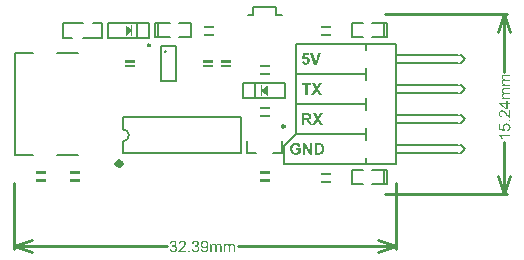
<source format=gto>
G04*
G04 #@! TF.GenerationSoftware,Altium Limited,Altium Designer,22.3.1 (43)*
G04*
G04 Layer_Color=65535*
%FSLAX25Y25*%
%MOIN*%
G70*
G04*
G04 #@! TF.SameCoordinates,9C32C5B8-EF8F-45BB-929C-AB9431649599*
G04*
G04*
G04 #@! TF.FilePolarity,Positive*
G04*
G01*
G75*
%ADD10C,0.01000*%
%ADD11C,0.00984*%
%ADD12C,0.01968*%
%ADD13C,0.00800*%
%ADD14C,0.00700*%
%ADD15C,0.00100*%
%ADD16C,0.00787*%
%ADD17C,0.00600*%
%ADD18C,0.00394*%
%ADD19C,0.00500*%
%ADD20C,0.00598*%
G36*
X66501Y55575D02*
X63501D01*
Y56075D01*
X66501D01*
Y55575D01*
D02*
G37*
G36*
X105500Y55575D02*
X102500Y55575D01*
Y56075D01*
X105500D01*
Y55575D01*
D02*
G37*
G36*
X38850Y54500D02*
X37300Y52950D01*
Y56050D01*
X38850Y54500D01*
D02*
G37*
G36*
X66500Y53425D02*
Y52925D01*
X63500D01*
Y53425D01*
X66500Y53425D01*
D02*
G37*
G36*
X105499Y52925D02*
X102499D01*
Y53425D01*
X105499D01*
Y52925D01*
D02*
G37*
G36*
X72000Y43950D02*
X69000D01*
Y44450D01*
X72000D01*
Y43950D01*
D02*
G37*
G36*
X66000D02*
X63000D01*
Y44450D01*
X66000D01*
Y43950D01*
D02*
G37*
G36*
X40000D02*
X37000D01*
Y44450D01*
X40000D01*
Y43950D01*
D02*
G37*
G36*
X85000Y42575D02*
X82000Y42575D01*
Y43075D01*
X85000D01*
Y42575D01*
D02*
G37*
G36*
X72000Y42550D02*
X69000Y42550D01*
Y43050D01*
X72000D01*
Y42550D01*
D02*
G37*
G36*
X66000D02*
X63000Y42550D01*
Y43050D01*
X66000D01*
Y42550D01*
D02*
G37*
G36*
X40000D02*
X37000Y42550D01*
Y43050D01*
X40000D01*
Y42550D01*
D02*
G37*
G36*
X84999Y39925D02*
X81999D01*
Y40425D01*
X84999D01*
Y39925D01*
D02*
G37*
G36*
X84200Y32950D02*
X82650Y34500D01*
X84200Y36050D01*
Y32950D01*
D02*
G37*
G36*
X85000Y28575D02*
X82000Y28575D01*
Y29075D01*
X85000D01*
Y28575D01*
D02*
G37*
G36*
X84999Y25925D02*
X81999D01*
Y26425D01*
X84999D01*
Y25925D01*
D02*
G37*
G36*
X21718Y7075D02*
X18718D01*
Y7575D01*
X21718D01*
Y7075D01*
D02*
G37*
G36*
X10501D02*
X7501D01*
Y7575D01*
X10501D01*
Y7075D01*
D02*
G37*
G36*
X85000Y7075D02*
X82000Y7075D01*
Y7575D01*
X85000D01*
Y7075D01*
D02*
G37*
G36*
X105500Y6575D02*
X102500Y6575D01*
Y7075D01*
X105500D01*
Y6575D01*
D02*
G37*
G36*
X21717Y4925D02*
Y4425D01*
X18717D01*
Y4925D01*
X21717Y4925D01*
D02*
G37*
G36*
X10500D02*
Y4425D01*
X7500D01*
Y4925D01*
X10500Y4925D01*
D02*
G37*
G36*
X84999Y4425D02*
X81999D01*
Y4925D01*
X84999D01*
Y4425D01*
D02*
G37*
G36*
X105499Y3925D02*
X102499D01*
Y4425D01*
X105499D01*
Y3925D01*
D02*
G37*
G36*
X93972Y16971D02*
X94025D01*
X94085Y16967D01*
X94152Y16960D01*
X94231Y16949D01*
X94314Y16938D01*
X94400Y16923D01*
X94494Y16900D01*
X94587Y16878D01*
X94678Y16848D01*
X94771Y16814D01*
X94861Y16772D01*
X94944Y16724D01*
X95022Y16671D01*
X95026Y16668D01*
X95041Y16656D01*
X95060Y16641D01*
X95086Y16615D01*
X95120Y16585D01*
X95157Y16547D01*
X95199Y16506D01*
X95240Y16454D01*
X95285Y16398D01*
X95326Y16338D01*
X95371Y16270D01*
X95412Y16195D01*
X95454Y16116D01*
X95487Y16030D01*
X95517Y15940D01*
X95544Y15843D01*
X94771Y15700D01*
Y15704D01*
X94767Y15711D01*
X94764Y15726D01*
X94756Y15745D01*
X94745Y15771D01*
X94734Y15798D01*
X94704Y15861D01*
X94659Y15933D01*
X94606Y16007D01*
X94542Y16079D01*
X94464Y16146D01*
X94460Y16150D01*
X94453Y16154D01*
X94441Y16161D01*
X94423Y16172D01*
X94400Y16184D01*
X94374Y16199D01*
X94344Y16214D01*
X94310Y16229D01*
X94273Y16244D01*
X94227Y16259D01*
X94134Y16285D01*
X94025Y16304D01*
X93965Y16311D01*
X93883D01*
X93856Y16308D01*
X93822D01*
X93778Y16300D01*
X93729Y16293D01*
X93673Y16285D01*
X93612Y16270D01*
X93549Y16255D01*
X93485Y16232D01*
X93418Y16206D01*
X93350Y16176D01*
X93283Y16139D01*
X93215Y16094D01*
X93155Y16045D01*
X93095Y15989D01*
X93091Y15985D01*
X93084Y15974D01*
X93069Y15955D01*
X93050Y15929D01*
X93028Y15895D01*
X93001Y15854D01*
X92975Y15805D01*
X92949Y15749D01*
X92919Y15685D01*
X92892Y15614D01*
X92866Y15535D01*
X92844Y15449D01*
X92825Y15355D01*
X92810Y15254D01*
X92803Y15145D01*
X92799Y15029D01*
Y15021D01*
Y14999D01*
X92803Y14965D01*
Y14916D01*
X92810Y14860D01*
X92814Y14796D01*
X92825Y14721D01*
X92836Y14646D01*
X92851Y14564D01*
X92874Y14478D01*
X92896Y14395D01*
X92926Y14309D01*
X92960Y14226D01*
X93001Y14148D01*
X93050Y14073D01*
X93103Y14005D01*
X93106Y14001D01*
X93117Y13990D01*
X93133Y13975D01*
X93159Y13952D01*
X93189Y13926D01*
X93226Y13896D01*
X93268Y13866D01*
X93316Y13836D01*
X93369Y13803D01*
X93429Y13772D01*
X93496Y13743D01*
X93568Y13716D01*
X93642Y13694D01*
X93721Y13679D01*
X93808Y13668D01*
X93897Y13664D01*
X93939D01*
X93961Y13668D01*
X93988D01*
X94051Y13675D01*
X94122Y13686D01*
X94205Y13705D01*
X94295Y13727D01*
X94385Y13758D01*
X94389D01*
X94396Y13761D01*
X94407Y13769D01*
X94426Y13776D01*
X94449Y13784D01*
X94471Y13795D01*
X94531Y13821D01*
X94599Y13855D01*
X94670Y13896D01*
X94741Y13941D01*
X94809Y13990D01*
Y14478D01*
X93920D01*
Y15126D01*
X95592D01*
Y13592D01*
X95589Y13589D01*
X95581Y13581D01*
X95566Y13570D01*
X95547Y13551D01*
X95521Y13532D01*
X95491Y13510D01*
X95454Y13480D01*
X95412Y13454D01*
X95364Y13420D01*
X95311Y13386D01*
X95255Y13352D01*
X95191Y13319D01*
X95124Y13281D01*
X95049Y13248D01*
X94970Y13210D01*
X94884Y13176D01*
X94880D01*
X94861Y13169D01*
X94839Y13161D01*
X94805Y13150D01*
X94764Y13135D01*
X94711Y13120D01*
X94655Y13105D01*
X94595Y13090D01*
X94524Y13071D01*
X94453Y13056D01*
X94374Y13041D01*
X94295Y13026D01*
X94122Y13007D01*
X94036Y13004D01*
X93946Y13000D01*
X93886D01*
X93845Y13004D01*
X93792Y13007D01*
X93733Y13015D01*
X93665Y13023D01*
X93590Y13030D01*
X93511Y13045D01*
X93425Y13060D01*
X93339Y13082D01*
X93249Y13105D01*
X93159Y13135D01*
X93072Y13169D01*
X92983Y13206D01*
X92896Y13251D01*
X92892Y13255D01*
X92878Y13262D01*
X92855Y13277D01*
X92825Y13296D01*
X92787Y13322D01*
X92743Y13356D01*
X92698Y13394D01*
X92645Y13435D01*
X92593Y13484D01*
X92536Y13536D01*
X92480Y13596D01*
X92424Y13660D01*
X92371Y13731D01*
X92319Y13806D01*
X92270Y13885D01*
X92225Y13971D01*
X92221Y13975D01*
X92214Y13994D01*
X92203Y14020D01*
X92191Y14054D01*
X92172Y14099D01*
X92154Y14151D01*
X92135Y14211D01*
X92112Y14279D01*
X92090Y14350D01*
X92071Y14429D01*
X92053Y14515D01*
X92034Y14605D01*
X92023Y14699D01*
X92011Y14796D01*
X92004Y14897D01*
X92000Y14999D01*
Y15006D01*
Y15025D01*
Y15059D01*
X92004Y15100D01*
X92007Y15153D01*
X92015Y15213D01*
X92023Y15280D01*
X92030Y15359D01*
X92045Y15438D01*
X92060Y15524D01*
X92083Y15610D01*
X92105Y15700D01*
X92135Y15794D01*
X92169Y15884D01*
X92206Y15974D01*
X92251Y16064D01*
X92255Y16068D01*
X92263Y16086D01*
X92277Y16109D01*
X92300Y16142D01*
X92326Y16180D01*
X92356Y16225D01*
X92394Y16274D01*
X92439Y16330D01*
X92488Y16386D01*
X92540Y16446D01*
X92600Y16502D01*
X92668Y16563D01*
X92739Y16623D01*
X92817Y16679D01*
X92900Y16731D01*
X92986Y16780D01*
X92990Y16784D01*
X93005Y16788D01*
X93024Y16799D01*
X93054Y16810D01*
X93088Y16825D01*
X93133Y16840D01*
X93185Y16859D01*
X93241Y16878D01*
X93305Y16896D01*
X93372Y16915D01*
X93451Y16930D01*
X93530Y16945D01*
X93616Y16956D01*
X93710Y16967D01*
X93804Y16971D01*
X93905Y16975D01*
X93935D01*
X93972Y16971D01*
D02*
G37*
G36*
X99365Y13064D02*
X98585D01*
X97032Y15580D01*
Y13064D01*
X96312D01*
Y16907D01*
X97066D01*
X98645Y14335D01*
Y16907D01*
X99365D01*
Y13064D01*
D02*
G37*
G36*
X101720Y16904D02*
X101765D01*
X101818Y16900D01*
X101870D01*
X101990Y16889D01*
X102110Y16878D01*
X102226Y16859D01*
X102283Y16848D01*
X102331Y16833D01*
X102335D01*
X102346Y16829D01*
X102365Y16821D01*
X102387Y16814D01*
X102418Y16803D01*
X102451Y16788D01*
X102489Y16769D01*
X102534Y16750D01*
X102624Y16701D01*
X102721Y16641D01*
X102819Y16566D01*
X102912Y16476D01*
X102916Y16473D01*
X102924Y16465D01*
X102935Y16450D01*
X102954Y16431D01*
X102972Y16405D01*
X102995Y16379D01*
X103021Y16341D01*
X103048Y16304D01*
X103077Y16262D01*
X103108Y16214D01*
X103138Y16161D01*
X103167Y16109D01*
X103227Y15989D01*
X103280Y15854D01*
Y15850D01*
X103284Y15839D01*
X103291Y15816D01*
X103299Y15786D01*
X103310Y15753D01*
X103321Y15708D01*
X103332Y15659D01*
X103344Y15603D01*
X103355Y15539D01*
X103366Y15471D01*
X103377Y15396D01*
X103389Y15317D01*
X103396Y15231D01*
X103404Y15141D01*
X103408Y15044D01*
Y14946D01*
Y14942D01*
Y14924D01*
Y14901D01*
Y14867D01*
X103404Y14826D01*
X103400Y14777D01*
X103396Y14725D01*
X103393Y14669D01*
X103385Y14605D01*
X103377Y14537D01*
X103359Y14402D01*
X103329Y14264D01*
X103287Y14129D01*
Y14125D01*
X103280Y14110D01*
X103272Y14087D01*
X103261Y14058D01*
X103246Y14024D01*
X103227Y13983D01*
X103209Y13938D01*
X103182Y13885D01*
X103122Y13780D01*
X103055Y13664D01*
X102969Y13555D01*
X102924Y13499D01*
X102875Y13450D01*
X102871Y13446D01*
X102867Y13442D01*
X102852Y13431D01*
X102838Y13416D01*
X102819Y13401D01*
X102793Y13383D01*
X102762Y13360D01*
X102733Y13338D01*
X102695Y13315D01*
X102654Y13289D01*
X102609Y13262D01*
X102560Y13240D01*
X102451Y13187D01*
X102331Y13142D01*
X102328D01*
X102320Y13139D01*
X102305Y13135D01*
X102283Y13131D01*
X102260Y13124D01*
X102226Y13116D01*
X102189Y13109D01*
X102147Y13105D01*
X102102Y13097D01*
X102050Y13090D01*
X101994Y13082D01*
X101930Y13075D01*
X101866Y13071D01*
X101795Y13068D01*
X101720Y13064D01*
X100182D01*
Y16907D01*
X101679D01*
X101720Y16904D01*
D02*
G37*
G36*
X101730Y25003D02*
X103054Y23000D01*
X102120D01*
X101269Y24301D01*
X100414Y23000D01*
X99484D01*
X100811Y24999D01*
X99607Y26844D01*
X100515D01*
X101272Y25696D01*
X102034Y26844D01*
X102937D01*
X101730Y25003D01*
D02*
G37*
G36*
X97781Y26840D02*
X97841D01*
X97905Y26836D01*
X97973Y26833D01*
X98119Y26818D01*
X98269Y26799D01*
X98340Y26787D01*
X98408Y26772D01*
X98467Y26757D01*
X98524Y26739D01*
X98527D01*
X98535Y26735D01*
X98550Y26728D01*
X98569Y26720D01*
X98595Y26705D01*
X98621Y26690D01*
X98685Y26653D01*
X98756Y26604D01*
X98831Y26536D01*
X98906Y26461D01*
X98940Y26416D01*
X98974Y26368D01*
X98978Y26364D01*
X98981Y26356D01*
X98989Y26341D01*
X99000Y26322D01*
X99011Y26296D01*
X99026Y26266D01*
X99041Y26232D01*
X99060Y26195D01*
X99075Y26150D01*
X99090Y26105D01*
X99116Y26004D01*
X99135Y25888D01*
X99142Y25828D01*
Y25764D01*
Y25760D01*
Y25745D01*
Y25723D01*
X99139Y25692D01*
X99135Y25655D01*
X99128Y25614D01*
X99120Y25565D01*
X99112Y25512D01*
X99079Y25400D01*
X99060Y25340D01*
X99034Y25280D01*
X99007Y25220D01*
X98970Y25164D01*
X98932Y25107D01*
X98887Y25051D01*
X98884Y25047D01*
X98876Y25040D01*
X98861Y25025D01*
X98839Y25006D01*
X98813Y24984D01*
X98779Y24958D01*
X98741Y24931D01*
X98696Y24901D01*
X98647Y24871D01*
X98591Y24841D01*
X98527Y24811D01*
X98460Y24781D01*
X98385Y24755D01*
X98306Y24733D01*
X98220Y24710D01*
X98126Y24695D01*
X98130D01*
X98137Y24688D01*
X98149Y24680D01*
X98168Y24669D01*
X98190Y24657D01*
X98212Y24639D01*
X98273Y24601D01*
X98336Y24553D01*
X98408Y24496D01*
X98475Y24436D01*
X98539Y24373D01*
X98542Y24369D01*
X98546Y24365D01*
X98558Y24354D01*
X98569Y24339D01*
X98584Y24316D01*
X98606Y24294D01*
X98629Y24264D01*
X98655Y24230D01*
X98685Y24189D01*
X98719Y24144D01*
X98756Y24091D01*
X98794Y24035D01*
X98839Y23975D01*
X98884Y23904D01*
X98932Y23832D01*
X98981Y23750D01*
X99454Y23000D01*
X98524D01*
X97965Y23836D01*
X97961Y23840D01*
X97954Y23855D01*
X97935Y23877D01*
X97916Y23908D01*
X97894Y23945D01*
X97864Y23982D01*
X97800Y24072D01*
X97733Y24170D01*
X97665Y24264D01*
X97635Y24305D01*
X97605Y24342D01*
X97579Y24373D01*
X97556Y24399D01*
X97553Y24403D01*
X97537Y24418D01*
X97515Y24436D01*
X97485Y24463D01*
X97451Y24489D01*
X97414Y24515D01*
X97369Y24541D01*
X97324Y24560D01*
X97316Y24564D01*
X97301Y24567D01*
X97271Y24575D01*
X97230Y24582D01*
X97174Y24590D01*
X97106Y24598D01*
X97024Y24605D01*
X96776D01*
Y23000D01*
X96000D01*
Y26844D01*
X97733D01*
X97781Y26840D01*
D02*
G37*
G36*
X101408Y35002D02*
X102731Y33000D01*
X101797D01*
X100946Y34301D01*
X100091Y33000D01*
X99161D01*
X100489Y34999D01*
X99285Y36844D01*
X100192D01*
X100950Y35696D01*
X101711Y36844D01*
X102615D01*
X101408Y35002D01*
D02*
G37*
G36*
X99053Y36195D02*
X97916D01*
Y33000D01*
X97140D01*
Y36195D01*
X96000D01*
Y36844D01*
X99053D01*
Y36195D01*
D02*
G37*
G36*
X100950Y43064D02*
X100114D01*
X98745Y46907D01*
X99585D01*
X100556Y44061D01*
X101501Y46907D01*
X102326D01*
X100950Y43064D01*
D02*
G37*
G36*
X98415Y46169D02*
X97024D01*
X96911Y45513D01*
X96915D01*
X96922Y45516D01*
X96934Y45524D01*
X96952Y45531D01*
X96975Y45542D01*
X97001Y45554D01*
X97065Y45576D01*
X97140Y45599D01*
X97226Y45621D01*
X97316Y45636D01*
X97414Y45640D01*
X97436D01*
X97462Y45636D01*
X97496D01*
X97537Y45629D01*
X97586Y45621D01*
X97642Y45610D01*
X97699Y45595D01*
X97763Y45576D01*
X97830Y45554D01*
X97897Y45524D01*
X97969Y45490D01*
X98040Y45449D01*
X98107Y45400D01*
X98179Y45344D01*
X98242Y45280D01*
X98246Y45276D01*
X98257Y45265D01*
X98273Y45243D01*
X98295Y45216D01*
X98321Y45179D01*
X98351Y45138D01*
X98381Y45089D01*
X98415Y45033D01*
X98445Y44969D01*
X98475Y44897D01*
X98505Y44822D01*
X98531Y44740D01*
X98554Y44650D01*
X98569Y44556D01*
X98580Y44459D01*
X98584Y44354D01*
Y44350D01*
Y44331D01*
Y44309D01*
X98580Y44275D01*
X98576Y44234D01*
X98569Y44185D01*
X98561Y44129D01*
X98550Y44072D01*
X98535Y44005D01*
X98516Y43938D01*
X98494Y43870D01*
X98467Y43799D01*
X98434Y43724D01*
X98396Y43649D01*
X98355Y43578D01*
X98306Y43506D01*
X98303Y43503D01*
X98287Y43484D01*
X98269Y43461D01*
X98239Y43428D01*
X98198Y43390D01*
X98153Y43345D01*
X98100Y43300D01*
X98036Y43255D01*
X97965Y43206D01*
X97886Y43161D01*
X97804Y43116D01*
X97710Y43079D01*
X97609Y43045D01*
X97504Y43023D01*
X97387Y43007D01*
X97268Y43000D01*
X97245D01*
X97215Y43004D01*
X97177D01*
X97132Y43007D01*
X97080Y43015D01*
X97024Y43023D01*
X96960Y43038D01*
X96892Y43053D01*
X96821Y43071D01*
X96750Y43094D01*
X96675Y43120D01*
X96604Y43154D01*
X96532Y43191D01*
X96461Y43236D01*
X96398Y43285D01*
X96394Y43289D01*
X96382Y43300D01*
X96368Y43315D01*
X96345Y43338D01*
X96319Y43367D01*
X96289Y43401D01*
X96255Y43442D01*
X96221Y43488D01*
X96188Y43540D01*
X96154Y43596D01*
X96120Y43660D01*
X96090Y43727D01*
X96060Y43802D01*
X96034Y43881D01*
X96015Y43964D01*
X96000Y44050D01*
X96735Y44129D01*
Y44125D01*
Y44118D01*
X96739Y44106D01*
X96742Y44087D01*
X96746Y44065D01*
X96754Y44043D01*
X96769Y43986D01*
X96795Y43922D01*
X96825Y43855D01*
X96866Y43791D01*
X96919Y43731D01*
X96926Y43724D01*
X96945Y43709D01*
X96979Y43686D01*
X97020Y43660D01*
X97072Y43634D01*
X97132Y43611D01*
X97200Y43596D01*
X97275Y43589D01*
X97298D01*
X97312Y43593D01*
X97357Y43600D01*
X97410Y43611D01*
X97470Y43634D01*
X97537Y43668D01*
X97567Y43690D01*
X97601Y43716D01*
X97635Y43742D01*
X97665Y43776D01*
X97669Y43780D01*
X97672Y43784D01*
X97680Y43795D01*
X97691Y43810D01*
X97702Y43832D01*
X97717Y43855D01*
X97733Y43885D01*
X97747Y43919D01*
X97763Y43953D01*
X97774Y43997D01*
X97789Y44043D01*
X97800Y44091D01*
X97811Y44148D01*
X97819Y44208D01*
X97826Y44271D01*
Y44339D01*
Y44342D01*
Y44354D01*
Y44372D01*
X97822Y44399D01*
Y44425D01*
X97819Y44462D01*
X97808Y44537D01*
X97789Y44624D01*
X97759Y44714D01*
X97717Y44796D01*
X97695Y44837D01*
X97665Y44871D01*
Y44875D01*
X97658Y44879D01*
X97635Y44901D01*
X97601Y44927D01*
X97556Y44961D01*
X97496Y44995D01*
X97425Y45025D01*
X97342Y45044D01*
X97298Y45048D01*
X97253Y45051D01*
X97223D01*
X97200Y45048D01*
X97174Y45044D01*
X97140Y45036D01*
X97102Y45029D01*
X97065Y45017D01*
X97020Y45002D01*
X96975Y44984D01*
X96930Y44961D01*
X96881Y44931D01*
X96833Y44901D01*
X96784Y44864D01*
X96735Y44819D01*
X96686Y44770D01*
X96090Y44856D01*
X96469Y46859D01*
X98415D01*
Y46169D01*
D02*
G37*
G36*
X165461Y39252D02*
X163706D01*
X163702D01*
X163695D01*
X163680D01*
X163661D01*
X163639D01*
X163609Y39249D01*
X163549Y39245D01*
X163485Y39241D01*
X163417Y39234D01*
X163354Y39219D01*
X163301Y39204D01*
X163294Y39200D01*
X163279Y39196D01*
X163256Y39185D01*
X163226Y39166D01*
X163196Y39144D01*
X163163Y39114D01*
X163129Y39080D01*
X163099Y39039D01*
X163095Y39035D01*
X163087Y39016D01*
X163073Y38994D01*
X163057Y38960D01*
X163046Y38919D01*
X163031Y38870D01*
X163024Y38818D01*
X163020Y38758D01*
Y38728D01*
X163024Y38709D01*
X163028Y38682D01*
X163031Y38653D01*
X163046Y38585D01*
X163069Y38506D01*
X163102Y38424D01*
X163125Y38383D01*
X163151Y38345D01*
X163185Y38304D01*
X163219Y38266D01*
X163223Y38263D01*
X163226Y38259D01*
X163241Y38247D01*
X163256Y38236D01*
X163279Y38221D01*
X163301Y38206D01*
X163335Y38188D01*
X163369Y38173D01*
X163410Y38154D01*
X163459Y38135D01*
X163507Y38120D01*
X163564Y38105D01*
X163628Y38094D01*
X163695Y38083D01*
X163766Y38079D01*
X163845Y38075D01*
X165461D01*
Y37602D01*
X163650D01*
X163646D01*
X163635D01*
X163620D01*
X163598D01*
X163571Y37599D01*
X163541Y37595D01*
X163474Y37587D01*
X163395Y37573D01*
X163316Y37554D01*
X163241Y37524D01*
X163178Y37486D01*
X163170Y37483D01*
X163151Y37464D01*
X163129Y37437D01*
X163099Y37396D01*
X163069Y37344D01*
X163046Y37280D01*
X163028Y37201D01*
X163020Y37111D01*
Y37078D01*
X163024Y37040D01*
X163031Y36991D01*
X163046Y36935D01*
X163065Y36871D01*
X163091Y36804D01*
X163125Y36740D01*
X163129Y36733D01*
X163144Y36714D01*
X163170Y36684D01*
X163204Y36646D01*
X163245Y36605D01*
X163297Y36568D01*
X163361Y36530D01*
X163433Y36496D01*
X163436D01*
X163440Y36492D01*
X163455Y36489D01*
X163470Y36485D01*
X163493Y36478D01*
X163515Y36474D01*
X163545Y36466D01*
X163583Y36459D01*
X163620Y36451D01*
X163665Y36444D01*
X163714Y36440D01*
X163766Y36432D01*
X163822Y36429D01*
X163883Y36425D01*
X163946Y36421D01*
X164017D01*
X165461D01*
Y35949D01*
X162675D01*
Y36373D01*
X163061D01*
X163057Y36380D01*
X163046Y36388D01*
X163031Y36395D01*
X162994Y36425D01*
X162949Y36466D01*
X162896Y36515D01*
X162840Y36575D01*
X162787Y36643D01*
X162739Y36721D01*
Y36725D01*
X162735Y36733D01*
X162727Y36744D01*
X162720Y36759D01*
X162709Y36781D01*
X162698Y36804D01*
X162675Y36864D01*
X162653Y36939D01*
X162630Y37021D01*
X162615Y37115D01*
X162611Y37216D01*
Y37246D01*
X162615Y37269D01*
Y37295D01*
X162619Y37325D01*
X162626Y37396D01*
X162645Y37475D01*
X162668Y37561D01*
X162698Y37644D01*
X162742Y37723D01*
Y37726D01*
X162750Y37730D01*
X162765Y37756D01*
X162795Y37790D01*
X162836Y37831D01*
X162885Y37876D01*
X162945Y37925D01*
X163016Y37966D01*
X163099Y38000D01*
X163095Y38004D01*
X163076Y38015D01*
X163054Y38034D01*
X163024Y38060D01*
X162986Y38094D01*
X162945Y38135D01*
X162900Y38180D01*
X162855Y38232D01*
X162810Y38293D01*
X162765Y38356D01*
X162724Y38427D01*
X162686Y38506D01*
X162656Y38585D01*
X162634Y38675D01*
X162615Y38765D01*
X162611Y38862D01*
Y38904D01*
X162615Y38930D01*
X162619Y38967D01*
X162622Y39005D01*
X162630Y39050D01*
X162641Y39099D01*
X162668Y39200D01*
X162686Y39252D01*
X162709Y39309D01*
X162735Y39358D01*
X162769Y39410D01*
X162803Y39455D01*
X162844Y39500D01*
X162847Y39504D01*
X162855Y39511D01*
X162866Y39522D01*
X162885Y39534D01*
X162911Y39553D01*
X162941Y39571D01*
X162975Y39590D01*
X163016Y39612D01*
X163065Y39635D01*
X163118Y39654D01*
X163174Y39672D01*
X163238Y39691D01*
X163305Y39702D01*
X163380Y39714D01*
X163462Y39721D01*
X163549Y39725D01*
X165461D01*
Y39252D01*
D02*
G37*
G36*
Y34779D02*
X163706D01*
X163702D01*
X163695D01*
X163680D01*
X163661D01*
X163639D01*
X163609Y34775D01*
X163549Y34771D01*
X163485Y34767D01*
X163417Y34760D01*
X163354Y34745D01*
X163301Y34730D01*
X163294Y34726D01*
X163279Y34723D01*
X163256Y34711D01*
X163226Y34692D01*
X163196Y34670D01*
X163163Y34640D01*
X163129Y34606D01*
X163099Y34565D01*
X163095Y34561D01*
X163087Y34543D01*
X163073Y34520D01*
X163057Y34486D01*
X163046Y34445D01*
X163031Y34396D01*
X163024Y34344D01*
X163020Y34284D01*
Y34254D01*
X163024Y34235D01*
X163028Y34209D01*
X163031Y34179D01*
X163046Y34111D01*
X163069Y34032D01*
X163102Y33950D01*
X163125Y33909D01*
X163151Y33871D01*
X163185Y33830D01*
X163219Y33792D01*
X163223Y33789D01*
X163226Y33785D01*
X163241Y33774D01*
X163256Y33762D01*
X163279Y33748D01*
X163301Y33733D01*
X163335Y33714D01*
X163369Y33699D01*
X163410Y33680D01*
X163459Y33661D01*
X163507Y33646D01*
X163564Y33631D01*
X163628Y33620D01*
X163695Y33609D01*
X163766Y33605D01*
X163845Y33601D01*
X165461D01*
Y33129D01*
X163650D01*
X163646D01*
X163635D01*
X163620D01*
X163598D01*
X163571Y33125D01*
X163541Y33121D01*
X163474Y33114D01*
X163395Y33099D01*
X163316Y33080D01*
X163241Y33050D01*
X163178Y33013D01*
X163170Y33009D01*
X163151Y32990D01*
X163129Y32964D01*
X163099Y32923D01*
X163069Y32870D01*
X163046Y32806D01*
X163028Y32728D01*
X163020Y32638D01*
Y32604D01*
X163024Y32566D01*
X163031Y32517D01*
X163046Y32461D01*
X163065Y32397D01*
X163091Y32330D01*
X163125Y32266D01*
X163129Y32259D01*
X163144Y32240D01*
X163170Y32210D01*
X163204Y32173D01*
X163245Y32131D01*
X163297Y32094D01*
X163361Y32056D01*
X163433Y32023D01*
X163436D01*
X163440Y32019D01*
X163455Y32015D01*
X163470Y32011D01*
X163493Y32004D01*
X163515Y32000D01*
X163545Y31993D01*
X163583Y31985D01*
X163620Y31977D01*
X163665Y31970D01*
X163714Y31966D01*
X163766Y31959D01*
X163822Y31955D01*
X163883Y31951D01*
X163946Y31947D01*
X164017D01*
X165461D01*
Y31475D01*
X162675D01*
Y31899D01*
X163061D01*
X163057Y31906D01*
X163046Y31914D01*
X163031Y31921D01*
X162994Y31951D01*
X162949Y31993D01*
X162896Y32041D01*
X162840Y32101D01*
X162787Y32169D01*
X162739Y32247D01*
Y32251D01*
X162735Y32259D01*
X162727Y32270D01*
X162720Y32285D01*
X162709Y32307D01*
X162698Y32330D01*
X162675Y32390D01*
X162653Y32465D01*
X162630Y32548D01*
X162615Y32641D01*
X162611Y32743D01*
Y32772D01*
X162615Y32795D01*
Y32821D01*
X162619Y32851D01*
X162626Y32923D01*
X162645Y33001D01*
X162668Y33088D01*
X162698Y33170D01*
X162742Y33249D01*
Y33253D01*
X162750Y33256D01*
X162765Y33283D01*
X162795Y33316D01*
X162836Y33358D01*
X162885Y33402D01*
X162945Y33451D01*
X163016Y33492D01*
X163099Y33526D01*
X163095Y33530D01*
X163076Y33541D01*
X163054Y33560D01*
X163024Y33586D01*
X162986Y33620D01*
X162945Y33661D01*
X162900Y33706D01*
X162855Y33759D01*
X162810Y33819D01*
X162765Y33882D01*
X162724Y33954D01*
X162686Y34032D01*
X162656Y34111D01*
X162634Y34201D01*
X162615Y34291D01*
X162611Y34389D01*
Y34430D01*
X162615Y34456D01*
X162619Y34494D01*
X162622Y34531D01*
X162630Y34576D01*
X162641Y34625D01*
X162668Y34726D01*
X162686Y34779D01*
X162709Y34835D01*
X162735Y34884D01*
X162769Y34936D01*
X162803Y34981D01*
X162844Y35026D01*
X162847Y35030D01*
X162855Y35037D01*
X162866Y35049D01*
X162885Y35060D01*
X162911Y35079D01*
X162941Y35098D01*
X162975Y35116D01*
X163016Y35139D01*
X163065Y35161D01*
X163118Y35180D01*
X163174Y35199D01*
X163238Y35217D01*
X163305Y35229D01*
X163380Y35240D01*
X163462Y35247D01*
X163549Y35251D01*
X165461D01*
Y34779D01*
D02*
G37*
G36*
X164542Y30346D02*
X165461D01*
Y29874D01*
X164542D01*
Y28205D01*
X164111D01*
X161618Y29960D01*
Y30346D01*
X164111D01*
Y30864D01*
X164542D01*
Y30346D01*
D02*
G37*
G36*
X165461Y25314D02*
X165457D01*
X165454D01*
X165431D01*
X165401D01*
X165356Y25317D01*
X165307Y25325D01*
X165251Y25332D01*
X165195Y25348D01*
X165135Y25366D01*
X165131D01*
X165124Y25370D01*
X165109Y25378D01*
X165090Y25385D01*
X165068Y25396D01*
X165041Y25407D01*
X164974Y25441D01*
X164895Y25486D01*
X164809Y25539D01*
X164719Y25602D01*
X164625Y25677D01*
X164621Y25681D01*
X164614Y25689D01*
X164599Y25700D01*
X164580Y25719D01*
X164558Y25741D01*
X164527Y25767D01*
X164494Y25798D01*
X164456Y25835D01*
X164419Y25876D01*
X164374Y25921D01*
X164325Y25974D01*
X164272Y26026D01*
X164220Y26086D01*
X164164Y26150D01*
X164104Y26221D01*
X164044Y26292D01*
X164036Y26300D01*
X164021Y26319D01*
X163995Y26353D01*
X163958Y26394D01*
X163916Y26446D01*
X163864Y26502D01*
X163807Y26566D01*
X163748Y26634D01*
X163616Y26776D01*
X163481Y26915D01*
X163414Y26979D01*
X163346Y27039D01*
X163286Y27095D01*
X163226Y27140D01*
X163223Y27144D01*
X163211Y27151D01*
X163196Y27163D01*
X163174Y27174D01*
X163147Y27193D01*
X163118Y27211D01*
X163080Y27230D01*
X163042Y27253D01*
X162956Y27294D01*
X162863Y27331D01*
X162810Y27343D01*
X162761Y27354D01*
X162709Y27361D01*
X162660Y27365D01*
X162656D01*
X162649D01*
X162634D01*
X162611Y27361D01*
X162589Y27358D01*
X162563Y27354D01*
X162495Y27339D01*
X162420Y27316D01*
X162341Y27279D01*
X162304Y27256D01*
X162262Y27230D01*
X162225Y27200D01*
X162188Y27163D01*
X162184Y27159D01*
X162180Y27155D01*
X162169Y27140D01*
X162157Y27125D01*
X162143Y27106D01*
X162127Y27080D01*
X162109Y27054D01*
X162090Y27020D01*
X162071Y26986D01*
X162053Y26945D01*
X162022Y26855D01*
X162000Y26754D01*
X161996Y26697D01*
X161993Y26638D01*
Y26604D01*
X161996Y26581D01*
X162000Y26551D01*
X162004Y26518D01*
X162011Y26480D01*
X162019Y26443D01*
X162041Y26353D01*
X162079Y26263D01*
X162101Y26217D01*
X162131Y26173D01*
X162161Y26131D01*
X162199Y26090D01*
X162203Y26086D01*
X162206Y26083D01*
X162221Y26071D01*
X162236Y26060D01*
X162255Y26045D01*
X162281Y26026D01*
X162311Y26008D01*
X162345Y25989D01*
X162382Y25970D01*
X162424Y25951D01*
X162472Y25936D01*
X162521Y25918D01*
X162574Y25906D01*
X162634Y25895D01*
X162694Y25891D01*
X162761Y25888D01*
X162713Y25404D01*
X162705D01*
X162690Y25407D01*
X162660Y25411D01*
X162622Y25415D01*
X162577Y25426D01*
X162525Y25438D01*
X162469Y25453D01*
X162405Y25468D01*
X162341Y25490D01*
X162274Y25516D01*
X162206Y25546D01*
X162135Y25580D01*
X162067Y25621D01*
X162004Y25666D01*
X161944Y25719D01*
X161888Y25775D01*
X161884Y25779D01*
X161876Y25790D01*
X161861Y25809D01*
X161843Y25835D01*
X161820Y25869D01*
X161797Y25906D01*
X161771Y25955D01*
X161745Y26008D01*
X161719Y26068D01*
X161693Y26131D01*
X161670Y26202D01*
X161647Y26281D01*
X161629Y26364D01*
X161614Y26454D01*
X161606Y26548D01*
X161602Y26649D01*
Y26675D01*
X161606Y26701D01*
Y26743D01*
X161610Y26787D01*
X161618Y26840D01*
X161629Y26900D01*
X161640Y26967D01*
X161659Y27035D01*
X161678Y27106D01*
X161704Y27181D01*
X161734Y27253D01*
X161767Y27327D01*
X161809Y27395D01*
X161857Y27463D01*
X161910Y27526D01*
X161914Y27530D01*
X161925Y27541D01*
X161940Y27556D01*
X161966Y27575D01*
X161996Y27601D01*
X162030Y27628D01*
X162071Y27657D01*
X162120Y27687D01*
X162172Y27718D01*
X162232Y27747D01*
X162293Y27774D01*
X162360Y27800D01*
X162431Y27819D01*
X162510Y27834D01*
X162589Y27845D01*
X162671Y27849D01*
X162675D01*
X162682D01*
X162694D01*
X162709D01*
X162731Y27845D01*
X162754D01*
X162814Y27837D01*
X162881Y27826D01*
X162960Y27808D01*
X163042Y27785D01*
X163125Y27751D01*
X163129D01*
X163136Y27747D01*
X163147Y27740D01*
X163163Y27733D01*
X163185Y27721D01*
X163207Y27710D01*
X163268Y27676D01*
X163335Y27635D01*
X163417Y27579D01*
X163504Y27515D01*
X163594Y27436D01*
X163598Y27433D01*
X163605Y27425D01*
X163620Y27414D01*
X163639Y27395D01*
X163665Y27369D01*
X163695Y27343D01*
X163729Y27305D01*
X163770Y27264D01*
X163815Y27219D01*
X163867Y27163D01*
X163924Y27106D01*
X163984Y27039D01*
X164048Y26967D01*
X164119Y26889D01*
X164190Y26803D01*
X164269Y26713D01*
X164272Y26709D01*
X164284Y26694D01*
X164303Y26671D01*
X164325Y26645D01*
X164355Y26611D01*
X164389Y26574D01*
X164464Y26484D01*
X164542Y26394D01*
X164621Y26304D01*
X164659Y26263D01*
X164696Y26225D01*
X164726Y26191D01*
X164752Y26165D01*
X164756Y26161D01*
X164775Y26146D01*
X164801Y26124D01*
X164831Y26094D01*
X164873Y26064D01*
X164914Y26030D01*
X164959Y25996D01*
X165007Y25966D01*
Y27852D01*
X165461D01*
Y25314D01*
D02*
G37*
G36*
Y24148D02*
X164925D01*
Y24684D01*
X165461D01*
Y24148D01*
D02*
G37*
G36*
X164209Y23442D02*
X164246D01*
X164291Y23439D01*
X164344Y23431D01*
X164404Y23420D01*
X164468Y23409D01*
X164535Y23390D01*
X164610Y23371D01*
X164685Y23345D01*
X164760Y23315D01*
X164835Y23281D01*
X164914Y23240D01*
X164989Y23191D01*
X165060Y23139D01*
X165064Y23135D01*
X165079Y23120D01*
X165101Y23101D01*
X165131Y23071D01*
X165169Y23034D01*
X165206Y22989D01*
X165247Y22936D01*
X165293Y22876D01*
X165338Y22805D01*
X165379Y22730D01*
X165416Y22648D01*
X165454Y22558D01*
X165484Y22460D01*
X165506Y22359D01*
X165521Y22246D01*
X165525Y22130D01*
Y22107D01*
X165521Y22081D01*
Y22044D01*
X165517Y21999D01*
X165510Y21946D01*
X165499Y21890D01*
X165488Y21826D01*
X165472Y21759D01*
X165454Y21691D01*
X165431Y21620D01*
X165401Y21545D01*
X165367Y21474D01*
X165330Y21403D01*
X165285Y21335D01*
X165233Y21271D01*
X165229Y21268D01*
X165217Y21256D01*
X165202Y21241D01*
X165180Y21219D01*
X165150Y21192D01*
X165112Y21166D01*
X165071Y21133D01*
X165026Y21102D01*
X164974Y21069D01*
X164914Y21035D01*
X164850Y21005D01*
X164779Y20975D01*
X164704Y20949D01*
X164625Y20926D01*
X164542Y20908D01*
X164453Y20896D01*
X164411Y21391D01*
X164415D01*
X164426Y21395D01*
X164445Y21399D01*
X164471Y21403D01*
X164501Y21410D01*
X164535Y21418D01*
X164618Y21444D01*
X164704Y21477D01*
X164794Y21519D01*
X164884Y21575D01*
X164921Y21609D01*
X164959Y21643D01*
X164962Y21646D01*
X164966Y21654D01*
X164974Y21665D01*
X164985Y21680D01*
X165000Y21699D01*
X165015Y21721D01*
X165049Y21781D01*
X165083Y21853D01*
X165109Y21935D01*
X165131Y22029D01*
X165135Y22077D01*
X165139Y22130D01*
Y22164D01*
X165135Y22186D01*
X165131Y22216D01*
X165124Y22250D01*
X165116Y22287D01*
X165105Y22329D01*
X165075Y22422D01*
X165056Y22467D01*
X165030Y22516D01*
X165000Y22565D01*
X164966Y22614D01*
X164929Y22662D01*
X164884Y22707D01*
X164880Y22711D01*
X164873Y22719D01*
X164857Y22730D01*
X164835Y22745D01*
X164813Y22764D01*
X164779Y22783D01*
X164741Y22805D01*
X164700Y22828D01*
X164655Y22846D01*
X164602Y22869D01*
X164546Y22887D01*
X164486Y22906D01*
X164423Y22921D01*
X164351Y22932D01*
X164280Y22940D01*
X164201Y22944D01*
X164198D01*
X164182D01*
X164164D01*
X164134Y22940D01*
X164100Y22936D01*
X164062Y22932D01*
X164017Y22925D01*
X163969Y22914D01*
X163867Y22887D01*
X163815Y22869D01*
X163762Y22846D01*
X163710Y22820D01*
X163657Y22790D01*
X163609Y22756D01*
X163564Y22715D01*
X163560Y22711D01*
X163552Y22704D01*
X163541Y22693D01*
X163526Y22674D01*
X163507Y22651D01*
X163489Y22625D01*
X163466Y22591D01*
X163444Y22558D01*
X163425Y22516D01*
X163402Y22471D01*
X163384Y22422D01*
X163365Y22370D01*
X163350Y22310D01*
X163339Y22250D01*
X163331Y22186D01*
X163328Y22119D01*
Y22081D01*
X163331Y22059D01*
Y22036D01*
X163339Y21980D01*
X163354Y21916D01*
X163373Y21849D01*
X163399Y21778D01*
X163433Y21706D01*
Y21702D01*
X163436Y21699D01*
X163451Y21676D01*
X163474Y21643D01*
X163504Y21605D01*
X163545Y21556D01*
X163590Y21511D01*
X163643Y21463D01*
X163699Y21421D01*
X163643Y20979D01*
X161666Y21350D01*
Y23266D01*
X162116D01*
Y21725D01*
X163155Y21519D01*
X163151Y21522D01*
X163144Y21534D01*
X163133Y21553D01*
X163118Y21579D01*
X163099Y21609D01*
X163076Y21650D01*
X163057Y21691D01*
X163031Y21740D01*
X163009Y21792D01*
X162990Y21849D01*
X162949Y21972D01*
X162934Y22036D01*
X162923Y22104D01*
X162915Y22175D01*
X162911Y22246D01*
Y22269D01*
X162915Y22295D01*
Y22332D01*
X162923Y22374D01*
X162930Y22426D01*
X162941Y22482D01*
X162956Y22543D01*
X162975Y22606D01*
X162997Y22678D01*
X163024Y22749D01*
X163057Y22820D01*
X163099Y22891D01*
X163144Y22963D01*
X163200Y23030D01*
X163260Y23098D01*
X163264Y23101D01*
X163275Y23112D01*
X163297Y23131D01*
X163324Y23154D01*
X163357Y23180D01*
X163399Y23206D01*
X163447Y23240D01*
X163504Y23274D01*
X163564Y23304D01*
X163631Y23337D01*
X163706Y23364D01*
X163785Y23394D01*
X163871Y23413D01*
X163961Y23431D01*
X164059Y23442D01*
X164160Y23446D01*
X164167D01*
X164182D01*
X164209Y23442D01*
D02*
G37*
G36*
X165461Y19216D02*
X162458D01*
Y19212D01*
X162465Y19209D01*
X162472Y19197D01*
X162484Y19186D01*
X162517Y19149D01*
X162559Y19096D01*
X162608Y19033D01*
X162664Y18954D01*
X162724Y18864D01*
X162784Y18766D01*
Y18763D01*
X162791Y18755D01*
X162799Y18740D01*
X162810Y18721D01*
X162825Y18695D01*
X162840Y18669D01*
X162874Y18601D01*
X162911Y18526D01*
X162952Y18444D01*
X162990Y18358D01*
X163024Y18275D01*
X162570D01*
X162566Y18279D01*
X162563Y18294D01*
X162551Y18313D01*
X162536Y18342D01*
X162517Y18376D01*
X162495Y18414D01*
X162472Y18459D01*
X162443Y18507D01*
X162379Y18616D01*
X162300Y18733D01*
X162214Y18849D01*
X162120Y18965D01*
X162116Y18969D01*
X162109Y18976D01*
X162094Y18995D01*
X162075Y19014D01*
X162049Y19036D01*
X162022Y19066D01*
X161989Y19096D01*
X161955Y19130D01*
X161876Y19197D01*
X161790Y19265D01*
X161696Y19329D01*
X161651Y19359D01*
X161602Y19381D01*
Y19689D01*
X165461D01*
Y19216D01*
D02*
G37*
G36*
X72860Y-16615D02*
X72897Y-16619D01*
X72935Y-16623D01*
X72980Y-16630D01*
X73029Y-16641D01*
X73130Y-16668D01*
X73182Y-16686D01*
X73239Y-16709D01*
X73287Y-16735D01*
X73340Y-16769D01*
X73385Y-16803D01*
X73430Y-16844D01*
X73434Y-16848D01*
X73441Y-16855D01*
X73453Y-16866D01*
X73464Y-16885D01*
X73483Y-16911D01*
X73501Y-16941D01*
X73520Y-16975D01*
X73542Y-17016D01*
X73565Y-17065D01*
X73584Y-17118D01*
X73602Y-17174D01*
X73621Y-17237D01*
X73633Y-17305D01*
X73644Y-17380D01*
X73651Y-17462D01*
X73655Y-17549D01*
Y-19461D01*
X73182D01*
Y-17706D01*
Y-17703D01*
Y-17695D01*
Y-17680D01*
Y-17661D01*
Y-17639D01*
X73179Y-17609D01*
X73175Y-17549D01*
X73171Y-17485D01*
X73164Y-17417D01*
X73149Y-17354D01*
X73134Y-17301D01*
X73130Y-17294D01*
X73126Y-17279D01*
X73115Y-17256D01*
X73096Y-17226D01*
X73074Y-17196D01*
X73044Y-17163D01*
X73010Y-17129D01*
X72969Y-17099D01*
X72965Y-17095D01*
X72946Y-17087D01*
X72924Y-17073D01*
X72890Y-17057D01*
X72849Y-17046D01*
X72800Y-17031D01*
X72747Y-17024D01*
X72688Y-17020D01*
X72658D01*
X72639Y-17024D01*
X72613Y-17028D01*
X72583Y-17031D01*
X72515Y-17046D01*
X72436Y-17069D01*
X72354Y-17102D01*
X72312Y-17125D01*
X72275Y-17151D01*
X72234Y-17185D01*
X72196Y-17219D01*
X72193Y-17222D01*
X72189Y-17226D01*
X72177Y-17241D01*
X72166Y-17256D01*
X72151Y-17279D01*
X72136Y-17301D01*
X72118Y-17335D01*
X72102Y-17369D01*
X72084Y-17410D01*
X72065Y-17459D01*
X72050Y-17507D01*
X72035Y-17564D01*
X72024Y-17627D01*
X72013Y-17695D01*
X72009Y-17766D01*
X72005Y-17845D01*
Y-19461D01*
X71532D01*
Y-17650D01*
Y-17646D01*
Y-17635D01*
Y-17620D01*
Y-17597D01*
X71529Y-17571D01*
X71525Y-17541D01*
X71517Y-17474D01*
X71503Y-17395D01*
X71484Y-17316D01*
X71454Y-17241D01*
X71416Y-17177D01*
X71412Y-17170D01*
X71394Y-17151D01*
X71368Y-17129D01*
X71326Y-17099D01*
X71274Y-17069D01*
X71210Y-17046D01*
X71131Y-17028D01*
X71041Y-17020D01*
X71008D01*
X70970Y-17024D01*
X70921Y-17031D01*
X70865Y-17046D01*
X70801Y-17065D01*
X70734Y-17091D01*
X70670Y-17125D01*
X70662Y-17129D01*
X70644Y-17144D01*
X70614Y-17170D01*
X70576Y-17204D01*
X70535Y-17245D01*
X70498Y-17298D01*
X70460Y-17361D01*
X70426Y-17433D01*
Y-17436D01*
X70423Y-17440D01*
X70419Y-17455D01*
X70415Y-17470D01*
X70407Y-17492D01*
X70404Y-17515D01*
X70396Y-17545D01*
X70389Y-17582D01*
X70381Y-17620D01*
X70374Y-17665D01*
X70370Y-17714D01*
X70363Y-17766D01*
X70359Y-17822D01*
X70355Y-17883D01*
X70351Y-17946D01*
Y-18018D01*
Y-19461D01*
X69879D01*
Y-16675D01*
X70302D01*
Y-17061D01*
X70310Y-17057D01*
X70318Y-17046D01*
X70325Y-17031D01*
X70355Y-16994D01*
X70396Y-16949D01*
X70445Y-16896D01*
X70505Y-16840D01*
X70573Y-16788D01*
X70651Y-16739D01*
X70655D01*
X70662Y-16735D01*
X70674Y-16727D01*
X70689Y-16720D01*
X70711Y-16709D01*
X70734Y-16698D01*
X70794Y-16675D01*
X70869Y-16653D01*
X70951Y-16630D01*
X71045Y-16615D01*
X71146Y-16611D01*
X71176D01*
X71199Y-16615D01*
X71225D01*
X71255Y-16619D01*
X71326Y-16626D01*
X71405Y-16645D01*
X71491Y-16668D01*
X71574Y-16698D01*
X71653Y-16743D01*
X71656D01*
X71660Y-16750D01*
X71686Y-16765D01*
X71720Y-16795D01*
X71761Y-16836D01*
X71806Y-16885D01*
X71855Y-16945D01*
X71896Y-17016D01*
X71930Y-17099D01*
X71934Y-17095D01*
X71945Y-17076D01*
X71964Y-17054D01*
X71990Y-17024D01*
X72024Y-16986D01*
X72065Y-16945D01*
X72110Y-16900D01*
X72162Y-16855D01*
X72223Y-16810D01*
X72286Y-16765D01*
X72357Y-16724D01*
X72436Y-16686D01*
X72515Y-16656D01*
X72605Y-16634D01*
X72695Y-16615D01*
X72793Y-16611D01*
X72834D01*
X72860Y-16615D01*
D02*
G37*
G36*
X68386D02*
X68424Y-16619D01*
X68461Y-16623D01*
X68506Y-16630D01*
X68555Y-16641D01*
X68656Y-16668D01*
X68709Y-16686D01*
X68765Y-16709D01*
X68814Y-16735D01*
X68866Y-16769D01*
X68911Y-16803D01*
X68956Y-16844D01*
X68960Y-16848D01*
X68967Y-16855D01*
X68979Y-16866D01*
X68990Y-16885D01*
X69009Y-16911D01*
X69028Y-16941D01*
X69046Y-16975D01*
X69069Y-17016D01*
X69091Y-17065D01*
X69110Y-17118D01*
X69129Y-17174D01*
X69147Y-17237D01*
X69159Y-17305D01*
X69170Y-17380D01*
X69178Y-17462D01*
X69181Y-17549D01*
Y-19461D01*
X68709D01*
Y-17706D01*
Y-17703D01*
Y-17695D01*
Y-17680D01*
Y-17661D01*
Y-17639D01*
X68705Y-17609D01*
X68701Y-17549D01*
X68698Y-17485D01*
X68690Y-17417D01*
X68675Y-17354D01*
X68660Y-17301D01*
X68656Y-17294D01*
X68652Y-17279D01*
X68641Y-17256D01*
X68622Y-17226D01*
X68600Y-17196D01*
X68570Y-17163D01*
X68536Y-17129D01*
X68495Y-17099D01*
X68491Y-17095D01*
X68472Y-17087D01*
X68450Y-17073D01*
X68416Y-17057D01*
X68375Y-17046D01*
X68326Y-17031D01*
X68274Y-17024D01*
X68214Y-17020D01*
X68184D01*
X68165Y-17024D01*
X68139Y-17028D01*
X68109Y-17031D01*
X68041Y-17046D01*
X67962Y-17069D01*
X67880Y-17102D01*
X67839Y-17125D01*
X67801Y-17151D01*
X67760Y-17185D01*
X67722Y-17219D01*
X67719Y-17222D01*
X67715Y-17226D01*
X67704Y-17241D01*
X67693Y-17256D01*
X67677Y-17279D01*
X67663Y-17301D01*
X67644Y-17335D01*
X67629Y-17369D01*
X67610Y-17410D01*
X67591Y-17459D01*
X67576Y-17507D01*
X67561Y-17564D01*
X67550Y-17627D01*
X67539Y-17695D01*
X67535Y-17766D01*
X67531Y-17845D01*
Y-19461D01*
X67059D01*
Y-17650D01*
Y-17646D01*
Y-17635D01*
Y-17620D01*
Y-17597D01*
X67055Y-17571D01*
X67051Y-17541D01*
X67044Y-17474D01*
X67029Y-17395D01*
X67010Y-17316D01*
X66980Y-17241D01*
X66943Y-17177D01*
X66939Y-17170D01*
X66920Y-17151D01*
X66894Y-17129D01*
X66852Y-17099D01*
X66800Y-17069D01*
X66736Y-17046D01*
X66658Y-17028D01*
X66567Y-17020D01*
X66534D01*
X66496Y-17024D01*
X66448Y-17031D01*
X66391Y-17046D01*
X66328Y-17065D01*
X66260Y-17091D01*
X66196Y-17125D01*
X66189Y-17129D01*
X66170Y-17144D01*
X66140Y-17170D01*
X66102Y-17204D01*
X66061Y-17245D01*
X66024Y-17298D01*
X65986Y-17361D01*
X65952Y-17433D01*
Y-17436D01*
X65949Y-17440D01*
X65945Y-17455D01*
X65941Y-17470D01*
X65934Y-17492D01*
X65930Y-17515D01*
X65922Y-17545D01*
X65915Y-17582D01*
X65908Y-17620D01*
X65900Y-17665D01*
X65896Y-17714D01*
X65889Y-17766D01*
X65885Y-17822D01*
X65881Y-17883D01*
X65877Y-17946D01*
Y-18018D01*
Y-19461D01*
X65405D01*
Y-16675D01*
X65829D01*
Y-17061D01*
X65836Y-17057D01*
X65844Y-17046D01*
X65851Y-17031D01*
X65881Y-16994D01*
X65922Y-16949D01*
X65971Y-16896D01*
X66031Y-16840D01*
X66099Y-16788D01*
X66177Y-16739D01*
X66181D01*
X66189Y-16735D01*
X66200Y-16727D01*
X66215Y-16720D01*
X66237Y-16709D01*
X66260Y-16698D01*
X66320Y-16675D01*
X66395Y-16653D01*
X66478Y-16630D01*
X66571Y-16615D01*
X66672Y-16611D01*
X66703D01*
X66725Y-16615D01*
X66751D01*
X66781Y-16619D01*
X66852Y-16626D01*
X66931Y-16645D01*
X67018Y-16668D01*
X67100Y-16698D01*
X67179Y-16743D01*
X67182D01*
X67186Y-16750D01*
X67212Y-16765D01*
X67246Y-16795D01*
X67287Y-16836D01*
X67333Y-16885D01*
X67381Y-16945D01*
X67422Y-17016D01*
X67456Y-17099D01*
X67460Y-17095D01*
X67471Y-17076D01*
X67490Y-17054D01*
X67516Y-17024D01*
X67550Y-16986D01*
X67591Y-16945D01*
X67636Y-16900D01*
X67689Y-16855D01*
X67749Y-16810D01*
X67813Y-16765D01*
X67884Y-16724D01*
X67962Y-16686D01*
X68041Y-16656D01*
X68131Y-16634D01*
X68221Y-16615D01*
X68319Y-16611D01*
X68360D01*
X68386Y-16615D01*
D02*
G37*
G36*
X60564Y-15606D02*
X60594D01*
X60624Y-15610D01*
X60661Y-15614D01*
X60703Y-15618D01*
X60792Y-15636D01*
X60886Y-15659D01*
X60988Y-15692D01*
X61089Y-15737D01*
X61093D01*
X61100Y-15745D01*
X61115Y-15753D01*
X61134Y-15764D01*
X61156Y-15775D01*
X61179Y-15794D01*
X61239Y-15835D01*
X61306Y-15888D01*
X61374Y-15951D01*
X61437Y-16026D01*
X61494Y-16109D01*
Y-16113D01*
X61501Y-16120D01*
X61509Y-16131D01*
X61516Y-16150D01*
X61528Y-16169D01*
X61539Y-16195D01*
X61565Y-16259D01*
X61591Y-16330D01*
X61614Y-16416D01*
X61629Y-16506D01*
X61636Y-16604D01*
Y-16608D01*
Y-16615D01*
Y-16626D01*
X61633Y-16645D01*
Y-16668D01*
X61629Y-16694D01*
X61621Y-16754D01*
X61602Y-16825D01*
X61580Y-16900D01*
X61546Y-16979D01*
X61501Y-17057D01*
Y-17061D01*
X61494Y-17065D01*
X61486Y-17076D01*
X61475Y-17091D01*
X61445Y-17129D01*
X61400Y-17174D01*
X61344Y-17226D01*
X61276Y-17279D01*
X61198Y-17331D01*
X61104Y-17380D01*
X61107D01*
X61119Y-17384D01*
X61137Y-17388D01*
X61160Y-17395D01*
X61190Y-17406D01*
X61220Y-17417D01*
X61299Y-17451D01*
X61381Y-17492D01*
X61471Y-17552D01*
X61558Y-17620D01*
X61595Y-17661D01*
X61633Y-17706D01*
X61636Y-17710D01*
X61640Y-17718D01*
X61651Y-17732D01*
X61663Y-17751D01*
X61677Y-17774D01*
X61693Y-17804D01*
X61711Y-17838D01*
X61730Y-17875D01*
X61745Y-17920D01*
X61764Y-17965D01*
X61779Y-18018D01*
X61794Y-18070D01*
X61816Y-18190D01*
X61820Y-18258D01*
X61824Y-18325D01*
Y-18329D01*
Y-18348D01*
X61820Y-18374D01*
Y-18407D01*
X61813Y-18452D01*
X61805Y-18501D01*
X61794Y-18557D01*
X61779Y-18621D01*
X61760Y-18685D01*
X61734Y-18753D01*
X61704Y-18824D01*
X61670Y-18895D01*
X61625Y-18966D01*
X61576Y-19041D01*
X61520Y-19109D01*
X61456Y-19176D01*
X61453Y-19180D01*
X61441Y-19191D01*
X61419Y-19210D01*
X61389Y-19229D01*
X61355Y-19259D01*
X61310Y-19285D01*
X61261Y-19319D01*
X61201Y-19349D01*
X61137Y-19383D01*
X61066Y-19416D01*
X60991Y-19443D01*
X60909Y-19469D01*
X60822Y-19491D01*
X60729Y-19510D01*
X60631Y-19521D01*
X60526Y-19525D01*
X60504D01*
X60478Y-19521D01*
X60444D01*
X60399Y-19518D01*
X60350Y-19510D01*
X60294Y-19499D01*
X60230Y-19488D01*
X60166Y-19473D01*
X60099Y-19450D01*
X60027Y-19428D01*
X59960Y-19398D01*
X59889Y-19364D01*
X59817Y-19322D01*
X59750Y-19277D01*
X59686Y-19225D01*
X59683Y-19221D01*
X59671Y-19210D01*
X59656Y-19195D01*
X59634Y-19169D01*
X59607Y-19139D01*
X59578Y-19105D01*
X59548Y-19064D01*
X59514Y-19015D01*
X59480Y-18962D01*
X59446Y-18902D01*
X59416Y-18839D01*
X59386Y-18767D01*
X59360Y-18692D01*
X59338Y-18614D01*
X59319Y-18531D01*
X59307Y-18441D01*
X59780Y-18377D01*
Y-18381D01*
X59784Y-18396D01*
X59787Y-18415D01*
X59795Y-18445D01*
X59803Y-18475D01*
X59814Y-18516D01*
X59829Y-18557D01*
X59844Y-18602D01*
X59881Y-18696D01*
X59930Y-18794D01*
X59986Y-18884D01*
X60020Y-18921D01*
X60054Y-18959D01*
X60057D01*
X60061Y-18966D01*
X60072Y-18974D01*
X60088Y-18985D01*
X60106Y-19000D01*
X60129Y-19015D01*
X60185Y-19045D01*
X60256Y-19079D01*
X60339Y-19109D01*
X60429Y-19128D01*
X60478Y-19131D01*
X60530Y-19135D01*
X60564D01*
X60586Y-19131D01*
X60616Y-19128D01*
X60646Y-19124D01*
X60684Y-19116D01*
X60725Y-19105D01*
X60815Y-19079D01*
X60860Y-19060D01*
X60909Y-19038D01*
X60957Y-19011D01*
X61002Y-18981D01*
X61048Y-18947D01*
X61093Y-18906D01*
X61096Y-18902D01*
X61104Y-18895D01*
X61115Y-18884D01*
X61130Y-18865D01*
X61145Y-18843D01*
X61164Y-18816D01*
X61186Y-18786D01*
X61209Y-18749D01*
X61228Y-18711D01*
X61250Y-18666D01*
X61287Y-18569D01*
X61299Y-18516D01*
X61310Y-18460D01*
X61317Y-18400D01*
X61321Y-18336D01*
Y-18332D01*
Y-18321D01*
Y-18306D01*
X61317Y-18280D01*
X61314Y-18254D01*
X61310Y-18220D01*
X61303Y-18186D01*
X61295Y-18145D01*
X61269Y-18063D01*
X61254Y-18018D01*
X61231Y-17973D01*
X61205Y-17928D01*
X61179Y-17883D01*
X61145Y-17841D01*
X61107Y-17800D01*
X61104Y-17796D01*
X61096Y-17793D01*
X61085Y-17781D01*
X61070Y-17766D01*
X61048Y-17751D01*
X61021Y-17732D01*
X60995Y-17714D01*
X60961Y-17695D01*
X60924Y-17676D01*
X60883Y-17658D01*
X60789Y-17624D01*
X60684Y-17597D01*
X60628Y-17594D01*
X60567Y-17590D01*
X60545D01*
X60515Y-17594D01*
X60478Y-17597D01*
X60429Y-17601D01*
X60373Y-17609D01*
X60309Y-17624D01*
X60237Y-17639D01*
X60290Y-17226D01*
X60298D01*
X60316Y-17230D01*
X60343Y-17234D01*
X60395D01*
X60417Y-17230D01*
X60444D01*
X60474Y-17226D01*
X60508Y-17219D01*
X60545Y-17215D01*
X60631Y-17196D01*
X60721Y-17166D01*
X60815Y-17129D01*
X60909Y-17076D01*
X60913Y-17073D01*
X60920Y-17069D01*
X60931Y-17061D01*
X60946Y-17046D01*
X60965Y-17031D01*
X60988Y-17009D01*
X61006Y-16986D01*
X61032Y-16956D01*
X61055Y-16926D01*
X61074Y-16889D01*
X61096Y-16848D01*
X61115Y-16806D01*
X61130Y-16758D01*
X61141Y-16705D01*
X61149Y-16653D01*
X61152Y-16592D01*
Y-16589D01*
Y-16581D01*
Y-16566D01*
X61149Y-16547D01*
Y-16525D01*
X61145Y-16499D01*
X61130Y-16439D01*
X61111Y-16371D01*
X61077Y-16300D01*
X61036Y-16229D01*
X61006Y-16195D01*
X60976Y-16161D01*
X60972Y-16158D01*
X60969Y-16154D01*
X60957Y-16146D01*
X60946Y-16135D01*
X60905Y-16105D01*
X60852Y-16075D01*
X60789Y-16045D01*
X60710Y-16015D01*
X60620Y-15996D01*
X60575Y-15989D01*
X60496D01*
X60478Y-15992D01*
X60451D01*
X60425Y-15996D01*
X60361Y-16011D01*
X60286Y-16030D01*
X60211Y-16064D01*
X60132Y-16105D01*
X60095Y-16135D01*
X60061Y-16165D01*
X60057Y-16169D01*
X60054Y-16172D01*
X60043Y-16184D01*
X60031Y-16199D01*
X60016Y-16214D01*
X60001Y-16236D01*
X59983Y-16262D01*
X59964Y-16293D01*
X59945Y-16330D01*
X59922Y-16367D01*
X59904Y-16409D01*
X59885Y-16457D01*
X59870Y-16506D01*
X59851Y-16563D01*
X59840Y-16619D01*
X59829Y-16682D01*
X59356Y-16600D01*
Y-16596D01*
X59360Y-16578D01*
X59368Y-16555D01*
X59375Y-16521D01*
X59386Y-16484D01*
X59401Y-16435D01*
X59416Y-16386D01*
X59439Y-16330D01*
X59461Y-16274D01*
X59491Y-16214D01*
X59521Y-16150D01*
X59559Y-16090D01*
X59596Y-16030D01*
X59641Y-15970D01*
X59694Y-15917D01*
X59746Y-15865D01*
X59750Y-15861D01*
X59761Y-15854D01*
X59776Y-15843D01*
X59803Y-15824D01*
X59833Y-15805D01*
X59866Y-15782D01*
X59911Y-15756D01*
X59956Y-15734D01*
X60009Y-15708D01*
X60069Y-15685D01*
X60132Y-15663D01*
X60200Y-15644D01*
X60271Y-15625D01*
X60346Y-15614D01*
X60429Y-15606D01*
X60511Y-15603D01*
X60541D01*
X60564Y-15606D01*
D02*
G37*
G36*
X53101D02*
X53131D01*
X53161Y-15610D01*
X53199Y-15614D01*
X53240Y-15618D01*
X53330Y-15636D01*
X53424Y-15659D01*
X53525Y-15692D01*
X53626Y-15737D01*
X53630D01*
X53637Y-15745D01*
X53653Y-15753D01*
X53671Y-15764D01*
X53694Y-15775D01*
X53716Y-15794D01*
X53776Y-15835D01*
X53844Y-15888D01*
X53911Y-15951D01*
X53975Y-16026D01*
X54031Y-16109D01*
Y-16113D01*
X54039Y-16120D01*
X54046Y-16131D01*
X54054Y-16150D01*
X54065Y-16169D01*
X54076Y-16195D01*
X54102Y-16259D01*
X54129Y-16330D01*
X54151Y-16416D01*
X54166Y-16506D01*
X54174Y-16604D01*
Y-16608D01*
Y-16615D01*
Y-16626D01*
X54170Y-16645D01*
Y-16668D01*
X54166Y-16694D01*
X54159Y-16754D01*
X54140Y-16825D01*
X54118Y-16900D01*
X54084Y-16979D01*
X54039Y-17057D01*
Y-17061D01*
X54031Y-17065D01*
X54024Y-17076D01*
X54013Y-17091D01*
X53983Y-17129D01*
X53938Y-17174D01*
X53881Y-17226D01*
X53814Y-17279D01*
X53735Y-17331D01*
X53641Y-17380D01*
X53645D01*
X53656Y-17384D01*
X53675Y-17388D01*
X53698Y-17395D01*
X53728Y-17406D01*
X53758Y-17417D01*
X53836Y-17451D01*
X53919Y-17492D01*
X54009Y-17552D01*
X54095Y-17620D01*
X54132Y-17661D01*
X54170Y-17706D01*
X54174Y-17710D01*
X54177Y-17718D01*
X54189Y-17732D01*
X54200Y-17751D01*
X54215Y-17774D01*
X54230Y-17804D01*
X54249Y-17838D01*
X54268Y-17875D01*
X54282Y-17920D01*
X54301Y-17965D01*
X54316Y-18018D01*
X54331Y-18070D01*
X54354Y-18190D01*
X54357Y-18258D01*
X54361Y-18325D01*
Y-18329D01*
Y-18348D01*
X54357Y-18374D01*
Y-18407D01*
X54350Y-18452D01*
X54343Y-18501D01*
X54331Y-18557D01*
X54316Y-18621D01*
X54298Y-18685D01*
X54271Y-18753D01*
X54241Y-18824D01*
X54207Y-18895D01*
X54163Y-18966D01*
X54114Y-19041D01*
X54058Y-19109D01*
X53994Y-19176D01*
X53990Y-19180D01*
X53979Y-19191D01*
X53956Y-19210D01*
X53926Y-19229D01*
X53892Y-19259D01*
X53847Y-19285D01*
X53799Y-19319D01*
X53739Y-19349D01*
X53675Y-19383D01*
X53604Y-19416D01*
X53529Y-19443D01*
X53446Y-19469D01*
X53360Y-19491D01*
X53266Y-19510D01*
X53169Y-19521D01*
X53064Y-19525D01*
X53041D01*
X53015Y-19521D01*
X52981D01*
X52936Y-19518D01*
X52887Y-19510D01*
X52831Y-19499D01*
X52767Y-19488D01*
X52704Y-19473D01*
X52636Y-19450D01*
X52565Y-19428D01*
X52498Y-19398D01*
X52426Y-19364D01*
X52355Y-19322D01*
X52288Y-19277D01*
X52224Y-19225D01*
X52220Y-19221D01*
X52209Y-19210D01*
X52194Y-19195D01*
X52171Y-19169D01*
X52145Y-19139D01*
X52115Y-19105D01*
X52085Y-19064D01*
X52051Y-19015D01*
X52017Y-18962D01*
X51984Y-18902D01*
X51954Y-18839D01*
X51924Y-18767D01*
X51898Y-18692D01*
X51875Y-18614D01*
X51856Y-18531D01*
X51845Y-18441D01*
X52318Y-18377D01*
Y-18381D01*
X52321Y-18396D01*
X52325Y-18415D01*
X52333Y-18445D01*
X52340Y-18475D01*
X52351Y-18516D01*
X52366Y-18557D01*
X52381Y-18602D01*
X52419Y-18696D01*
X52468Y-18794D01*
X52524Y-18884D01*
X52557Y-18921D01*
X52591Y-18959D01*
X52595D01*
X52599Y-18966D01*
X52610Y-18974D01*
X52625Y-18985D01*
X52644Y-19000D01*
X52666Y-19015D01*
X52723Y-19045D01*
X52794Y-19079D01*
X52876Y-19109D01*
X52966Y-19128D01*
X53015Y-19131D01*
X53067Y-19135D01*
X53101D01*
X53124Y-19131D01*
X53154Y-19128D01*
X53184Y-19124D01*
X53221Y-19116D01*
X53263Y-19105D01*
X53352Y-19079D01*
X53398Y-19060D01*
X53446Y-19038D01*
X53495Y-19011D01*
X53540Y-18981D01*
X53585Y-18947D01*
X53630Y-18906D01*
X53634Y-18902D01*
X53641Y-18895D01*
X53653Y-18884D01*
X53667Y-18865D01*
X53683Y-18843D01*
X53701Y-18816D01*
X53724Y-18786D01*
X53746Y-18749D01*
X53765Y-18711D01*
X53787Y-18666D01*
X53825Y-18569D01*
X53836Y-18516D01*
X53847Y-18460D01*
X53855Y-18400D01*
X53859Y-18336D01*
Y-18332D01*
Y-18321D01*
Y-18306D01*
X53855Y-18280D01*
X53851Y-18254D01*
X53847Y-18220D01*
X53840Y-18186D01*
X53833Y-18145D01*
X53806Y-18063D01*
X53791Y-18018D01*
X53769Y-17973D01*
X53742Y-17928D01*
X53716Y-17883D01*
X53683Y-17841D01*
X53645Y-17800D01*
X53641Y-17796D01*
X53634Y-17793D01*
X53623Y-17781D01*
X53607Y-17766D01*
X53585Y-17751D01*
X53559Y-17732D01*
X53532Y-17714D01*
X53499Y-17695D01*
X53461Y-17676D01*
X53420Y-17658D01*
X53326Y-17624D01*
X53221Y-17597D01*
X53165Y-17594D01*
X53105Y-17590D01*
X53083D01*
X53053Y-17594D01*
X53015Y-17597D01*
X52966Y-17601D01*
X52910Y-17609D01*
X52846Y-17624D01*
X52775Y-17639D01*
X52828Y-17226D01*
X52835D01*
X52854Y-17230D01*
X52880Y-17234D01*
X52933D01*
X52955Y-17230D01*
X52981D01*
X53011Y-17226D01*
X53045Y-17219D01*
X53083Y-17215D01*
X53169Y-17196D01*
X53259Y-17166D01*
X53352Y-17129D01*
X53446Y-17076D01*
X53450Y-17073D01*
X53457Y-17069D01*
X53469Y-17061D01*
X53484Y-17046D01*
X53503Y-17031D01*
X53525Y-17009D01*
X53544Y-16986D01*
X53570Y-16956D01*
X53592Y-16926D01*
X53611Y-16889D01*
X53634Y-16848D01*
X53653Y-16806D01*
X53667Y-16758D01*
X53679Y-16705D01*
X53686Y-16653D01*
X53690Y-16592D01*
Y-16589D01*
Y-16581D01*
Y-16566D01*
X53686Y-16547D01*
Y-16525D01*
X53683Y-16499D01*
X53667Y-16439D01*
X53649Y-16371D01*
X53615Y-16300D01*
X53574Y-16229D01*
X53544Y-16195D01*
X53514Y-16161D01*
X53510Y-16158D01*
X53506Y-16154D01*
X53495Y-16146D01*
X53484Y-16135D01*
X53443Y-16105D01*
X53390Y-16075D01*
X53326Y-16045D01*
X53247Y-16015D01*
X53158Y-15996D01*
X53113Y-15989D01*
X53034D01*
X53015Y-15992D01*
X52989D01*
X52962Y-15996D01*
X52899Y-16011D01*
X52824Y-16030D01*
X52749Y-16064D01*
X52670Y-16105D01*
X52632Y-16135D01*
X52599Y-16165D01*
X52595Y-16169D01*
X52591Y-16172D01*
X52580Y-16184D01*
X52569Y-16199D01*
X52554Y-16214D01*
X52539Y-16236D01*
X52520Y-16262D01*
X52501Y-16293D01*
X52482Y-16330D01*
X52460Y-16367D01*
X52441Y-16409D01*
X52422Y-16457D01*
X52407Y-16506D01*
X52389Y-16563D01*
X52377Y-16619D01*
X52366Y-16682D01*
X51894Y-16600D01*
Y-16596D01*
X51898Y-16578D01*
X51905Y-16555D01*
X51912Y-16521D01*
X51924Y-16484D01*
X51939Y-16435D01*
X51954Y-16386D01*
X51976Y-16330D01*
X51999Y-16274D01*
X52029Y-16214D01*
X52059Y-16150D01*
X52096Y-16090D01*
X52134Y-16030D01*
X52179Y-15970D01*
X52231Y-15917D01*
X52284Y-15865D01*
X52288Y-15861D01*
X52299Y-15854D01*
X52314Y-15843D01*
X52340Y-15824D01*
X52370Y-15805D01*
X52404Y-15782D01*
X52449Y-15756D01*
X52494Y-15734D01*
X52546Y-15708D01*
X52606Y-15685D01*
X52670Y-15663D01*
X52737Y-15644D01*
X52809Y-15625D01*
X52884Y-15614D01*
X52966Y-15606D01*
X53049Y-15603D01*
X53079D01*
X53101Y-15606D01*
D02*
G37*
G36*
X63560D02*
X63594Y-15610D01*
X63631Y-15614D01*
X63676Y-15618D01*
X63721Y-15629D01*
X63830Y-15651D01*
X63942Y-15689D01*
X64003Y-15711D01*
X64062Y-15737D01*
X64122Y-15767D01*
X64183Y-15805D01*
X64186Y-15809D01*
X64197Y-15812D01*
X64213Y-15827D01*
X64235Y-15843D01*
X64261Y-15865D01*
X64291Y-15888D01*
X64321Y-15917D01*
X64359Y-15951D01*
X64396Y-15992D01*
X64434Y-16034D01*
X64475Y-16082D01*
X64512Y-16135D01*
X64550Y-16191D01*
X64587Y-16251D01*
X64625Y-16315D01*
X64655Y-16383D01*
X64659Y-16386D01*
X64662Y-16401D01*
X64670Y-16420D01*
X64681Y-16450D01*
X64692Y-16491D01*
X64707Y-16536D01*
X64723Y-16592D01*
X64737Y-16656D01*
X64753Y-16727D01*
X64764Y-16810D01*
X64779Y-16896D01*
X64790Y-16994D01*
X64801Y-17099D01*
X64809Y-17211D01*
X64816Y-17335D01*
Y-17462D01*
Y-17466D01*
Y-17470D01*
Y-17481D01*
Y-17496D01*
Y-17534D01*
X64812Y-17582D01*
Y-17646D01*
X64809Y-17718D01*
X64801Y-17796D01*
X64798Y-17886D01*
X64786Y-17976D01*
X64779Y-18074D01*
X64749Y-18269D01*
X64730Y-18366D01*
X64707Y-18460D01*
X64685Y-18550D01*
X64655Y-18636D01*
Y-18640D01*
X64648Y-18655D01*
X64640Y-18677D01*
X64625Y-18708D01*
X64606Y-18745D01*
X64587Y-18786D01*
X64565Y-18831D01*
X64535Y-18884D01*
X64468Y-18989D01*
X64385Y-19101D01*
X64291Y-19206D01*
X64235Y-19255D01*
X64179Y-19300D01*
X64175Y-19304D01*
X64164Y-19311D01*
X64149Y-19322D01*
X64122Y-19334D01*
X64092Y-19353D01*
X64055Y-19371D01*
X64014Y-19390D01*
X63969Y-19412D01*
X63916Y-19435D01*
X63860Y-19454D01*
X63800Y-19473D01*
X63732Y-19491D01*
X63665Y-19502D01*
X63594Y-19514D01*
X63519Y-19521D01*
X63440Y-19525D01*
X63395D01*
X63365Y-19521D01*
X63327Y-19518D01*
X63283Y-19510D01*
X63230Y-19502D01*
X63178Y-19495D01*
X63061Y-19465D01*
X62998Y-19446D01*
X62937Y-19420D01*
X62874Y-19394D01*
X62814Y-19360D01*
X62757Y-19322D01*
X62701Y-19277D01*
X62697Y-19274D01*
X62690Y-19266D01*
X62675Y-19251D01*
X62656Y-19232D01*
X62634Y-19206D01*
X62608Y-19173D01*
X62581Y-19139D01*
X62551Y-19094D01*
X62521Y-19049D01*
X62491Y-18993D01*
X62465Y-18936D01*
X62439Y-18872D01*
X62413Y-18805D01*
X62390Y-18730D01*
X62375Y-18651D01*
X62360Y-18569D01*
X62814Y-18528D01*
Y-18531D01*
X62818Y-18542D01*
X62821Y-18557D01*
X62825Y-18580D01*
X62832Y-18606D01*
X62840Y-18636D01*
X62862Y-18708D01*
X62893Y-18782D01*
X62930Y-18861D01*
X62975Y-18933D01*
X63001Y-18966D01*
X63031Y-18996D01*
X63035D01*
X63039Y-19004D01*
X63061Y-19019D01*
X63095Y-19041D01*
X63144Y-19068D01*
X63204Y-19094D01*
X63275Y-19116D01*
X63358Y-19131D01*
X63447Y-19139D01*
X63485D01*
X63526Y-19135D01*
X63579Y-19128D01*
X63635Y-19116D01*
X63702Y-19097D01*
X63766Y-19075D01*
X63830Y-19041D01*
X63834D01*
X63837Y-19038D01*
X63856Y-19023D01*
X63886Y-19000D01*
X63924Y-18970D01*
X63969Y-18933D01*
X64014Y-18888D01*
X64055Y-18835D01*
X64096Y-18775D01*
Y-18771D01*
X64100Y-18767D01*
X64108Y-18756D01*
X64115Y-18745D01*
X64134Y-18708D01*
X64156Y-18655D01*
X64186Y-18591D01*
X64216Y-18512D01*
X64246Y-18426D01*
X64272Y-18325D01*
Y-18321D01*
X64276Y-18314D01*
X64280Y-18295D01*
X64284Y-18276D01*
X64288Y-18250D01*
X64295Y-18220D01*
X64302Y-18186D01*
X64310Y-18145D01*
X64321Y-18059D01*
X64332Y-17961D01*
X64340Y-17856D01*
X64344Y-17748D01*
Y-17740D01*
Y-17721D01*
Y-17695D01*
Y-17658D01*
X64336Y-17665D01*
X64329Y-17676D01*
X64318Y-17691D01*
X64288Y-17732D01*
X64243Y-17785D01*
X64186Y-17841D01*
X64119Y-17901D01*
X64040Y-17961D01*
X63954Y-18018D01*
X63950D01*
X63942Y-18025D01*
X63931Y-18029D01*
X63912Y-18040D01*
X63890Y-18051D01*
X63860Y-18063D01*
X63830Y-18074D01*
X63796Y-18085D01*
X63718Y-18111D01*
X63627Y-18134D01*
X63530Y-18149D01*
X63425Y-18156D01*
X63402D01*
X63380Y-18153D01*
X63346D01*
X63305Y-18145D01*
X63256Y-18137D01*
X63204Y-18126D01*
X63147Y-18111D01*
X63084Y-18096D01*
X63020Y-18074D01*
X62953Y-18044D01*
X62885Y-18010D01*
X62818Y-17973D01*
X62750Y-17924D01*
X62682Y-17871D01*
X62619Y-17811D01*
X62615Y-17808D01*
X62604Y-17796D01*
X62589Y-17774D01*
X62566Y-17748D01*
X62544Y-17714D01*
X62514Y-17673D01*
X62484Y-17624D01*
X62454Y-17568D01*
X62424Y-17507D01*
X62394Y-17436D01*
X62364Y-17361D01*
X62341Y-17282D01*
X62319Y-17192D01*
X62304Y-17102D01*
X62292Y-17005D01*
X62289Y-16900D01*
Y-16893D01*
Y-16874D01*
X62292Y-16844D01*
Y-16803D01*
X62300Y-16754D01*
X62308Y-16698D01*
X62319Y-16634D01*
X62330Y-16563D01*
X62349Y-16491D01*
X62371Y-16412D01*
X62401Y-16334D01*
X62431Y-16255D01*
X62472Y-16176D01*
X62517Y-16101D01*
X62570Y-16026D01*
X62630Y-15959D01*
X62634Y-15955D01*
X62645Y-15944D01*
X62664Y-15925D01*
X62694Y-15902D01*
X62727Y-15876D01*
X62765Y-15846D01*
X62814Y-15812D01*
X62866Y-15779D01*
X62926Y-15749D01*
X62994Y-15715D01*
X63065Y-15685D01*
X63140Y-15659D01*
X63222Y-15636D01*
X63309Y-15618D01*
X63402Y-15606D01*
X63496Y-15603D01*
X63534D01*
X63560Y-15606D01*
D02*
G37*
G36*
X58614Y-19461D02*
X58078D01*
Y-18925D01*
X58614D01*
Y-19461D01*
D02*
G37*
G36*
X56154Y-15606D02*
X56195D01*
X56240Y-15610D01*
X56292Y-15618D01*
X56353Y-15629D01*
X56420Y-15640D01*
X56488Y-15659D01*
X56559Y-15677D01*
X56634Y-15704D01*
X56705Y-15734D01*
X56780Y-15767D01*
X56848Y-15809D01*
X56915Y-15857D01*
X56979Y-15910D01*
X56982Y-15914D01*
X56994Y-15925D01*
X57009Y-15940D01*
X57028Y-15966D01*
X57054Y-15996D01*
X57080Y-16030D01*
X57110Y-16071D01*
X57140Y-16120D01*
X57170Y-16172D01*
X57200Y-16232D01*
X57226Y-16293D01*
X57253Y-16360D01*
X57271Y-16431D01*
X57286Y-16510D01*
X57297Y-16589D01*
X57301Y-16671D01*
Y-16675D01*
Y-16682D01*
Y-16694D01*
Y-16709D01*
X57297Y-16731D01*
Y-16754D01*
X57290Y-16814D01*
X57279Y-16881D01*
X57260Y-16960D01*
X57237Y-17042D01*
X57204Y-17125D01*
Y-17129D01*
X57200Y-17136D01*
X57192Y-17147D01*
X57185Y-17163D01*
X57174Y-17185D01*
X57162Y-17208D01*
X57129Y-17267D01*
X57087Y-17335D01*
X57031Y-17417D01*
X56968Y-17504D01*
X56889Y-17594D01*
X56885Y-17597D01*
X56877Y-17605D01*
X56866Y-17620D01*
X56848Y-17639D01*
X56821Y-17665D01*
X56795Y-17695D01*
X56757Y-17729D01*
X56716Y-17770D01*
X56671Y-17815D01*
X56615Y-17867D01*
X56559Y-17924D01*
X56491Y-17984D01*
X56420Y-18047D01*
X56341Y-18119D01*
X56255Y-18190D01*
X56165Y-18269D01*
X56161Y-18272D01*
X56146Y-18284D01*
X56124Y-18303D01*
X56098Y-18325D01*
X56064Y-18355D01*
X56026Y-18389D01*
X55936Y-18464D01*
X55846Y-18542D01*
X55756Y-18621D01*
X55715Y-18659D01*
X55677Y-18696D01*
X55644Y-18726D01*
X55617Y-18753D01*
X55614Y-18756D01*
X55599Y-18775D01*
X55576Y-18801D01*
X55546Y-18831D01*
X55516Y-18872D01*
X55483Y-18914D01*
X55449Y-18959D01*
X55419Y-19007D01*
X57305D01*
Y-19461D01*
X54766D01*
Y-19457D01*
Y-19454D01*
Y-19431D01*
Y-19401D01*
X54770Y-19356D01*
X54777Y-19308D01*
X54785Y-19251D01*
X54800Y-19195D01*
X54819Y-19135D01*
Y-19131D01*
X54822Y-19124D01*
X54830Y-19109D01*
X54838Y-19090D01*
X54849Y-19068D01*
X54860Y-19041D01*
X54894Y-18974D01*
X54939Y-18895D01*
X54991Y-18809D01*
X55055Y-18719D01*
X55130Y-18625D01*
X55134Y-18621D01*
X55141Y-18614D01*
X55152Y-18599D01*
X55171Y-18580D01*
X55194Y-18557D01*
X55220Y-18528D01*
X55250Y-18494D01*
X55287Y-18456D01*
X55329Y-18419D01*
X55374Y-18374D01*
X55426Y-18325D01*
X55479Y-18272D01*
X55539Y-18220D01*
X55603Y-18164D01*
X55674Y-18104D01*
X55745Y-18044D01*
X55752Y-18036D01*
X55771Y-18021D01*
X55805Y-17995D01*
X55846Y-17957D01*
X55899Y-17916D01*
X55955Y-17864D01*
X56019Y-17808D01*
X56086Y-17748D01*
X56229Y-17616D01*
X56367Y-17481D01*
X56431Y-17414D01*
X56491Y-17346D01*
X56547Y-17286D01*
X56593Y-17226D01*
X56596Y-17222D01*
X56604Y-17211D01*
X56615Y-17196D01*
X56626Y-17174D01*
X56645Y-17147D01*
X56664Y-17118D01*
X56682Y-17080D01*
X56705Y-17042D01*
X56746Y-16956D01*
X56784Y-16862D01*
X56795Y-16810D01*
X56806Y-16761D01*
X56814Y-16709D01*
X56818Y-16660D01*
Y-16656D01*
Y-16649D01*
Y-16634D01*
X56814Y-16611D01*
X56810Y-16589D01*
X56806Y-16563D01*
X56791Y-16495D01*
X56769Y-16420D01*
X56731Y-16341D01*
X56709Y-16304D01*
X56682Y-16262D01*
X56652Y-16225D01*
X56615Y-16187D01*
X56611Y-16184D01*
X56608Y-16180D01*
X56593Y-16169D01*
X56577Y-16158D01*
X56559Y-16142D01*
X56533Y-16127D01*
X56506Y-16109D01*
X56472Y-16090D01*
X56439Y-16071D01*
X56397Y-16052D01*
X56308Y-16023D01*
X56206Y-16000D01*
X56150Y-15996D01*
X56090Y-15992D01*
X56056D01*
X56034Y-15996D01*
X56004Y-16000D01*
X55970Y-16004D01*
X55932Y-16011D01*
X55895Y-16019D01*
X55805Y-16041D01*
X55715Y-16079D01*
X55670Y-16101D01*
X55625Y-16131D01*
X55584Y-16161D01*
X55542Y-16199D01*
X55539Y-16203D01*
X55535Y-16206D01*
X55524Y-16221D01*
X55512Y-16236D01*
X55497Y-16255D01*
X55479Y-16281D01*
X55460Y-16311D01*
X55441Y-16345D01*
X55423Y-16383D01*
X55404Y-16424D01*
X55389Y-16473D01*
X55370Y-16521D01*
X55359Y-16574D01*
X55348Y-16634D01*
X55344Y-16694D01*
X55340Y-16761D01*
X54856Y-16713D01*
Y-16705D01*
X54860Y-16690D01*
X54864Y-16660D01*
X54868Y-16623D01*
X54879Y-16578D01*
X54890Y-16525D01*
X54905Y-16469D01*
X54920Y-16405D01*
X54943Y-16341D01*
X54969Y-16274D01*
X54999Y-16206D01*
X55032Y-16135D01*
X55074Y-16068D01*
X55119Y-16004D01*
X55171Y-15944D01*
X55228Y-15888D01*
X55231Y-15884D01*
X55243Y-15876D01*
X55261Y-15861D01*
X55287Y-15843D01*
X55321Y-15820D01*
X55359Y-15798D01*
X55408Y-15771D01*
X55460Y-15745D01*
X55520Y-15719D01*
X55584Y-15692D01*
X55655Y-15670D01*
X55734Y-15647D01*
X55816Y-15629D01*
X55906Y-15614D01*
X56000Y-15606D01*
X56101Y-15603D01*
X56128D01*
X56154Y-15606D01*
D02*
G37*
%LPC*%
G36*
X101472Y16259D02*
X100959D01*
Y13713D01*
X101619D01*
X101653Y13716D01*
X101720D01*
X101799Y13720D01*
X101874Y13727D01*
X101949Y13735D01*
X101979Y13739D01*
X102009Y13746D01*
X102013D01*
X102016Y13750D01*
X102042Y13758D01*
X102076Y13769D01*
X102121Y13784D01*
X102170Y13806D01*
X102223Y13836D01*
X102275Y13870D01*
X102324Y13907D01*
X102328Y13911D01*
X102346Y13930D01*
X102369Y13956D01*
X102395Y13997D01*
X102429Y14046D01*
X102462Y14110D01*
X102496Y14189D01*
X102526Y14279D01*
Y14283D01*
X102530Y14290D01*
X102534Y14305D01*
X102538Y14327D01*
X102545Y14354D01*
X102552Y14384D01*
X102560Y14421D01*
X102568Y14462D01*
X102575Y14511D01*
X102583Y14564D01*
X102590Y14624D01*
X102597Y14684D01*
X102601Y14751D01*
X102605Y14826D01*
X102609Y14901D01*
Y14984D01*
Y14988D01*
Y15002D01*
Y15025D01*
Y15059D01*
X102605Y15096D01*
Y15137D01*
X102601Y15186D01*
X102597Y15235D01*
X102590Y15348D01*
X102575Y15460D01*
X102552Y15569D01*
X102541Y15621D01*
X102526Y15666D01*
Y15670D01*
X102523Y15677D01*
X102519Y15689D01*
X102511Y15708D01*
X102492Y15749D01*
X102470Y15801D01*
X102436Y15861D01*
X102399Y15925D01*
X102354Y15985D01*
X102305Y16037D01*
X102297Y16045D01*
X102279Y16060D01*
X102249Y16082D01*
X102208Y16113D01*
X102155Y16142D01*
X102095Y16172D01*
X102024Y16199D01*
X101945Y16221D01*
X101937D01*
X101926Y16225D01*
X101911Y16229D01*
X101892D01*
X101870Y16232D01*
X101840Y16236D01*
X101806Y16240D01*
X101765Y16244D01*
X101720Y16248D01*
X101667Y16251D01*
X101608D01*
X101544Y16255D01*
X101472Y16259D01*
D02*
G37*
G36*
X97609Y26195D02*
X96776D01*
Y25220D01*
X97481D01*
X97534Y25224D01*
X97586D01*
X97646Y25227D01*
X97763Y25231D01*
X97822Y25235D01*
X97879Y25239D01*
X97927Y25242D01*
X97973Y25250D01*
X98014Y25258D01*
X98044Y25265D01*
X98051Y25269D01*
X98066Y25276D01*
X98093Y25288D01*
X98126Y25302D01*
X98160Y25325D01*
X98198Y25355D01*
X98231Y25389D01*
X98265Y25426D01*
X98269Y25430D01*
X98276Y25449D01*
X98291Y25471D01*
X98306Y25505D01*
X98317Y25546D01*
X98333Y25599D01*
X98340Y25655D01*
X98344Y25715D01*
Y25719D01*
Y25723D01*
Y25734D01*
Y25749D01*
X98340Y25782D01*
X98333Y25828D01*
X98317Y25876D01*
X98299Y25929D01*
X98273Y25981D01*
X98239Y26030D01*
X98235Y26034D01*
X98220Y26049D01*
X98198Y26071D01*
X98164Y26094D01*
X98123Y26120D01*
X98070Y26142D01*
X98014Y26165D01*
X97946Y26180D01*
X97935D01*
X97924Y26184D01*
X97890D01*
X97868Y26188D01*
X97808D01*
X97766Y26191D01*
X97669D01*
X97609Y26195D01*
D02*
G37*
G36*
X164111Y29874D02*
X162375D01*
X164111Y28666D01*
Y29874D01*
D02*
G37*
G36*
X63552Y-15992D02*
X63522D01*
X63500Y-15996D01*
X63474Y-16000D01*
X63440Y-16007D01*
X63406Y-16015D01*
X63365Y-16026D01*
X63324Y-16037D01*
X63279Y-16056D01*
X63234Y-16075D01*
X63189Y-16101D01*
X63144Y-16131D01*
X63095Y-16165D01*
X63050Y-16206D01*
X63005Y-16251D01*
X63001Y-16255D01*
X62994Y-16262D01*
X62982Y-16277D01*
X62967Y-16296D01*
X62953Y-16322D01*
X62930Y-16353D01*
X62911Y-16390D01*
X62889Y-16431D01*
X62866Y-16476D01*
X62848Y-16525D01*
X62825Y-16581D01*
X62810Y-16637D01*
X62795Y-16701D01*
X62784Y-16769D01*
X62776Y-16840D01*
X62773Y-16915D01*
Y-16919D01*
Y-16930D01*
Y-16949D01*
X62776Y-16975D01*
X62780Y-17009D01*
X62784Y-17042D01*
X62791Y-17084D01*
X62799Y-17129D01*
X62825Y-17222D01*
X62844Y-17271D01*
X62866Y-17320D01*
X62889Y-17372D01*
X62919Y-17421D01*
X62953Y-17466D01*
X62990Y-17511D01*
X62994Y-17515D01*
X63001Y-17523D01*
X63012Y-17534D01*
X63031Y-17545D01*
X63050Y-17564D01*
X63076Y-17582D01*
X63106Y-17605D01*
X63140Y-17624D01*
X63181Y-17646D01*
X63222Y-17669D01*
X63316Y-17703D01*
X63365Y-17718D01*
X63421Y-17729D01*
X63477Y-17736D01*
X63538Y-17740D01*
X63571D01*
X63594Y-17736D01*
X63620Y-17732D01*
X63654Y-17729D01*
X63691Y-17721D01*
X63729Y-17710D01*
X63815Y-17684D01*
X63860Y-17665D01*
X63905Y-17642D01*
X63950Y-17616D01*
X63995Y-17586D01*
X64036Y-17552D01*
X64078Y-17511D01*
X64081Y-17507D01*
X64085Y-17500D01*
X64096Y-17489D01*
X64111Y-17470D01*
X64126Y-17447D01*
X64145Y-17417D01*
X64164Y-17384D01*
X64186Y-17346D01*
X64205Y-17305D01*
X64224Y-17256D01*
X64243Y-17204D01*
X64258Y-17147D01*
X64272Y-17087D01*
X64284Y-17020D01*
X64288Y-16952D01*
X64291Y-16878D01*
Y-16874D01*
Y-16859D01*
Y-16840D01*
X64288Y-16810D01*
X64284Y-16776D01*
X64280Y-16735D01*
X64272Y-16694D01*
X64265Y-16645D01*
X64239Y-16544D01*
X64220Y-16488D01*
X64201Y-16435D01*
X64175Y-16383D01*
X64145Y-16330D01*
X64111Y-16277D01*
X64074Y-16232D01*
X64070Y-16229D01*
X64062Y-16221D01*
X64051Y-16210D01*
X64036Y-16195D01*
X64014Y-16176D01*
X63991Y-16158D01*
X63961Y-16135D01*
X63928Y-16113D01*
X63853Y-16068D01*
X63762Y-16030D01*
X63714Y-16015D01*
X63665Y-16004D01*
X63609Y-15996D01*
X63552Y-15992D01*
D02*
G37*
%LPD*%
D10*
X45300Y49500D02*
G03*
X45300Y49500I-300J0D01*
G01*
X50500Y47440D02*
G03*
X50500Y47440I-100J0D01*
G01*
X161500Y6000D02*
X163500Y0D01*
X165500Y6000D01*
X163500Y60000D02*
X165500Y54000D01*
X161500D02*
X163500Y60000D01*
Y0D02*
Y17275D01*
Y40725D02*
Y60000D01*
X123800Y0D02*
X164500D01*
X123800Y60000D02*
X164500D01*
X0Y-17500D02*
X6000Y-15500D01*
X0Y-17500D02*
X6000Y-19500D01*
X121500D02*
X127500Y-17500D01*
X121500Y-15500D02*
X127500Y-17500D01*
X0D02*
X50845D01*
X74655D02*
X127500D01*
X0Y-18500D02*
Y3700D01*
X127500Y-18500D02*
Y3700D01*
D11*
X90291Y22500D02*
G03*
X90291Y22500I-492J0D01*
G01*
D12*
X35608Y10000D02*
G03*
X35608Y10000I-608J0D01*
G01*
D13*
X36315Y17500D02*
G03*
X38315Y19500I0J2000D01*
G01*
X38315D02*
G03*
X36315Y21500I-2000J0D01*
G01*
X23000Y52000D02*
X27000D01*
X19000Y57000D02*
X23000D01*
X27000Y52000D02*
X29500D01*
Y57000D01*
X26500D02*
X29500D01*
X16500Y52000D02*
X19500D01*
X16500D02*
Y57000D01*
X19000D01*
X14360Y13000D02*
X21360D01*
X343Y12972D02*
X6360D01*
X14360Y47000D02*
X21360D01*
X343Y47028D02*
X6360D01*
X343Y12972D02*
Y47028D01*
X36315Y13500D02*
Y17500D01*
Y21500D02*
Y25500D01*
X119500Y52138D02*
X124500D01*
X119500Y56862D02*
X124500D01*
Y52138D02*
Y56862D01*
X112587Y52138D02*
Y56862D01*
Y52138D02*
X116500D01*
X112587Y56862D02*
X116500D01*
X123413Y52138D02*
Y56862D01*
X47000Y56862D02*
X52000D01*
X47000Y52138D02*
X52000D01*
X47000D02*
Y56862D01*
X58913Y52138D02*
Y56862D01*
X55000D02*
X58913D01*
X55000Y52138D02*
X58913D01*
X48087D02*
Y56862D01*
X119500Y3138D02*
X124500D01*
X119500Y7862D02*
X124500D01*
Y3138D02*
Y7862D01*
X112587Y3138D02*
Y7862D01*
Y3138D02*
X116500D01*
X112587Y7862D02*
X116500D01*
X123413Y3138D02*
Y7862D01*
D14*
X48900Y49406D02*
X54100D01*
X48900Y37595D02*
X54100D01*
Y49406D01*
X48900Y37595D02*
Y49406D01*
D15*
X7500Y4425D02*
X10500Y4425D01*
Y4925D01*
X7501Y7575D02*
X10501D01*
Y7075D02*
Y7575D01*
X7501Y7075D02*
Y7575D01*
Y7075D02*
X10501D01*
X7500Y4925D02*
X10500Y4925D01*
X7500Y4425D02*
Y4925D01*
X18717Y4425D02*
Y4925D01*
X21717Y4925D01*
X18718Y7075D02*
X21718D01*
X18718D02*
Y7575D01*
X21718Y7075D02*
Y7575D01*
X18718D02*
X21718D01*
X21717Y4425D02*
Y4925D01*
X18717Y4425D02*
X21717Y4425D01*
X37000Y43950D02*
X40000D01*
X37000D02*
Y44450D01*
X40000D01*
Y43950D02*
Y44450D01*
X37000Y42550D02*
Y43050D01*
Y42550D02*
X40000Y42550D01*
X37000Y43050D02*
X40000D01*
Y42550D02*
Y43050D01*
X63000Y43950D02*
X66000D01*
X63000D02*
Y44450D01*
X66000D01*
Y43950D02*
Y44450D01*
X63000Y42550D02*
Y43050D01*
Y42550D02*
X66000Y42550D01*
X63000Y43050D02*
X66000D01*
Y42550D02*
Y43050D01*
X69000Y43950D02*
X72000D01*
X69000D02*
Y44450D01*
X72000D01*
Y43950D02*
Y44450D01*
X69000Y42550D02*
Y43050D01*
Y42550D02*
X72000Y42550D01*
X69000Y43050D02*
X72000D01*
Y42550D02*
Y43050D01*
X63500Y52925D02*
X66500Y52925D01*
Y53425D01*
X63501Y56075D02*
X66501D01*
Y55575D02*
Y56075D01*
X63501Y55575D02*
Y56075D01*
Y55575D02*
X66501D01*
X63500Y53425D02*
X66500Y53425D01*
X63500Y52925D02*
Y53425D01*
X102500Y7075D02*
X105500Y7075D01*
X102500Y6575D02*
Y7075D01*
X102499Y3925D02*
X105499D01*
X102499D02*
Y4425D01*
X105499Y3925D02*
Y4425D01*
X102499D02*
X105499D01*
X102500Y6575D02*
X105500Y6575D01*
Y7075D01*
X102500Y56075D02*
X105500Y56075D01*
X102500Y55575D02*
Y56075D01*
X102499Y52925D02*
X105499D01*
X102499D02*
Y53425D01*
X105499Y52925D02*
Y53425D01*
X102499D02*
X105499D01*
X102500Y55575D02*
X105500Y55575D01*
Y56075D01*
X82000Y7575D02*
X85000Y7575D01*
X82000Y7075D02*
Y7575D01*
X81999Y4425D02*
X84999D01*
X81999D02*
Y4925D01*
X84999Y4425D02*
Y4925D01*
X81999D02*
X84999D01*
X82000Y7075D02*
X85000Y7075D01*
Y7575D01*
X82000Y43075D02*
X85000Y43075D01*
X82000Y42575D02*
Y43075D01*
X81999Y39925D02*
X84999D01*
X81999D02*
Y40425D01*
X84999Y39925D02*
Y40425D01*
X81999D02*
X84999D01*
X82000Y42575D02*
X85000Y42575D01*
Y43075D01*
X82000Y29075D02*
X85000Y29075D01*
X82000Y28575D02*
Y29075D01*
X81999Y25925D02*
X84999D01*
X81999D02*
Y26425D01*
X84999Y25925D02*
Y26425D01*
X81999D02*
X84999D01*
X82000Y28575D02*
X85000Y28575D01*
Y29075D01*
D16*
X77890Y59553D02*
X79563D01*
Y62309D01*
X87437Y59553D02*
X89209D01*
X87437D02*
Y62309D01*
X79563D02*
X87437D01*
X89406Y13744D02*
Y17681D01*
X86256Y13744D02*
X89406D01*
X77595D02*
Y17681D01*
Y13744D02*
X80744D01*
X36315Y13500D02*
X75685D01*
X36315Y25500D02*
X75685D01*
Y13500D02*
Y25500D01*
D17*
X94000Y40000D02*
X105500D01*
X94000Y30000D02*
X105500D01*
X94000Y20000D02*
X105500D01*
X90000Y10000D02*
X105500D01*
X90000D02*
Y16000D01*
X94000Y20000D01*
Y50000D01*
X105500D01*
X127500Y10000D02*
Y50000D01*
X105500Y20000D02*
X117500D01*
X105500Y30000D02*
X117500D01*
X105500Y10000D02*
X117500D01*
X105500Y40000D02*
X117500D01*
X105500Y50000D02*
X117500D01*
D18*
X39000Y52900D02*
Y56100D01*
X37300Y52950D02*
Y56050D01*
Y52950D02*
X39000Y54500D01*
X37300Y56050D02*
X39000Y54500D01*
X82500Y34500D02*
X84200Y32950D01*
X82500Y34500D02*
X84200Y36050D01*
Y32950D02*
Y36050D01*
X82500Y32900D02*
Y36100D01*
D19*
X41000Y52000D02*
Y57000D01*
X31300Y52000D02*
Y57000D01*
Y52000D02*
X45000D01*
Y57000D01*
X31300D02*
X45000D01*
X76500Y32000D02*
X90200D01*
X76500D02*
Y37000D01*
X90200D01*
Y32000D02*
Y37000D01*
X80500Y32000D02*
Y37000D01*
D20*
X127500Y13622D02*
X148083D01*
X149122Y23622D02*
X150500Y25000D01*
X148583Y23622D02*
X149122D01*
Y26378D02*
X150500Y25000D01*
X148583Y26378D02*
X149122D01*
X127500D02*
X148083D01*
X127500Y23622D02*
X148083D01*
X127500Y33622D02*
X148083D01*
X127500Y36378D02*
X148083D01*
X148583D02*
X149122D01*
X150500Y35000D01*
X148583Y33622D02*
X149122D01*
X150500Y35000D01*
X149122Y43622D02*
X150500Y45000D01*
X148583Y43622D02*
X149122D01*
Y46378D02*
X150500Y45000D01*
X148583Y46378D02*
X149122D01*
X117000Y50000D02*
X127500D01*
Y46378D02*
X148083D01*
X127500Y43622D02*
X148083D01*
X127500Y16378D02*
X148083D01*
X117000Y10000D02*
X127500D01*
X148583Y16378D02*
X149122D01*
X150500Y15000D01*
X148583Y13622D02*
X149122D01*
X150500Y15000D01*
X117500Y10000D02*
Y12000D01*
Y48000D02*
Y50000D01*
Y40000D02*
Y42000D01*
Y38000D02*
Y40000D01*
Y20000D02*
Y22000D01*
Y18000D02*
Y20000D01*
Y28000D02*
Y30000D01*
Y32000D01*
M02*

</source>
